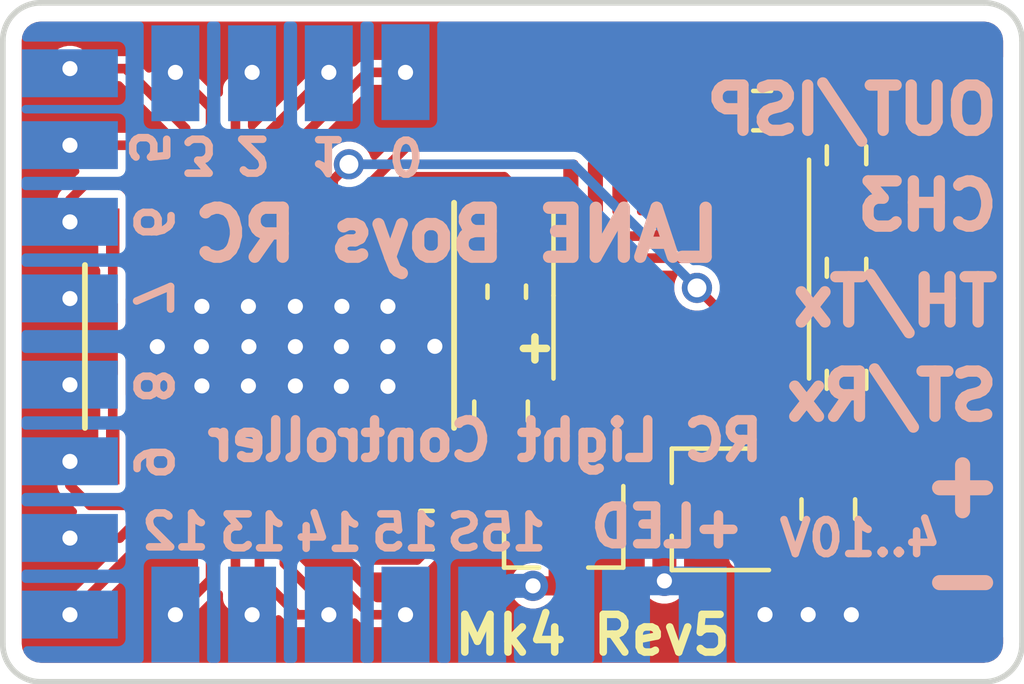
<source format=kicad_pcb>
(kicad_pcb (version 20171130) (host pcbnew 5.1.9-73d0e3b20d~88~ubuntu18.04.1)

  (general
    (thickness 1.6)
    (drawings 69)
    (tracks 203)
    (zones 0)
    (modules 37)
    (nets 36)
  )

  (page A4)
  (layers
    (0 Top signal)
    (31 Bottom signal)
    (32 B.Adhes user hide)
    (33 F.Adhes user hide)
    (34 B.Paste user hide)
    (35 F.Paste user hide)
    (36 B.SilkS user)
    (37 F.SilkS user)
    (38 B.Mask user hide)
    (39 F.Mask user hide)
    (40 Dwgs.User user hide)
    (41 Cmts.User user hide)
    (42 Eco1.User user hide)
    (43 Eco2.User user hide)
    (44 Edge.Cuts user)
    (45 Margin user hide)
    (46 B.CrtYd user hide)
    (47 F.CrtYd user)
    (48 B.Fab user hide)
    (49 F.Fab user hide)
  )

  (setup
    (last_trace_width 0.254)
    (user_trace_width 0.2032)
    (user_trace_width 0.2286)
    (user_trace_width 0.381)
    (user_trace_width 0.508)
    (user_trace_width 0.635)
    (user_trace_width 0.762)
    (trace_clearance 0.1524)
    (zone_clearance 0.2032)
    (zone_45_only no)
    (trace_min 0.1524)
    (via_size 0.8)
    (via_drill 0.5)
    (via_min_size 0.4)
    (via_min_drill 0.3)
    (uvia_size 0.3)
    (uvia_drill 0.1)
    (uvias_allowed no)
    (uvia_min_size 0.2)
    (uvia_min_drill 0.1)
    (edge_width 0.15)
    (segment_width 0.2)
    (pcb_text_width 0.3)
    (pcb_text_size 1.5 1.5)
    (mod_edge_width 0.15)
    (mod_text_size 1 1)
    (mod_text_width 0.15)
    (pad_size 1.524 1.524)
    (pad_drill 0.762)
    (pad_to_mask_clearance 0.0254)
    (solder_mask_min_width 0.1524)
    (pad_to_paste_clearance_ratio -0.05)
    (aux_axis_origin 135 114)
    (grid_origin 135 114)
    (visible_elements 7FFFFF7F)
    (pcbplotparams
      (layerselection 0x010f8_ffffffff)
      (usegerberextensions false)
      (usegerberattributes false)
      (usegerberadvancedattributes false)
      (creategerberjobfile false)
      (excludeedgelayer true)
      (linewidth 0.100000)
      (plotframeref false)
      (viasonmask false)
      (mode 1)
      (useauxorigin false)
      (hpglpennumber 1)
      (hpglpenspeed 20)
      (hpglpendiameter 15.000000)
      (psnegative false)
      (psa4output false)
      (plotreference true)
      (plotvalue true)
      (plotinvisibletext false)
      (padsonsilk false)
      (subtractmaskfromsilk true)
      (outputformat 1)
      (mirror false)
      (drillshape 0)
      (scaleselection 1)
      (outputdirectory "gerber/"))
  )

  (net 0 "")
  (net 1 +3V3)
  (net 2 GND)
  (net 3 /GSCLK)
  (net 4 /SIN)
  (net 5 /SCLK)
  (net 6 /XLAT)
  (net 7 /BLANK)
  (net 8 /VIN)
  (net 9 /OUT-SWITCHED)
  (net 10 /OUT0)
  (net 11 /OUT1)
  (net 12 /OUT2)
  (net 13 /OUT3)
  (net 14 /OUT4)
  (net 15 /OUT5)
  (net 16 /OUT6)
  (net 17 /OUT7)
  (net 18 /OUT8)
  (net 19 /OUT9)
  (net 20 /OUT10)
  (net 21 /OUT11)
  (net 22 /OUT12)
  (net 23 /OUT13)
  (net 24 /OUT14)
  (net 25 /OUT15)
  (net 26 /OUT15S)
  (net 27 /ST-IN)
  (net 28 /TH-IN)
  (net 29 /AUX-IN)
  (net 30 /OUT-ISP-OUT)
  (net 31 /IREF)
  (net 32 /TH-TX)
  (net 33 /OUT-ISP)
  (net 34 /ST-RX)
  (net 35 /AUX)

  (net_class Default "This is the default net class."
    (clearance 0.1524)
    (trace_width 0.254)
    (via_dia 0.8)
    (via_drill 0.5)
    (uvia_dia 0.3)
    (uvia_drill 0.1)
    (diff_pair_width 0.2032)
    (diff_pair_gap 0.254)
    (add_net +3V3)
    (add_net /AUX)
    (add_net /AUX-IN)
    (add_net /BLANK)
    (add_net /GSCLK)
    (add_net /IREF)
    (add_net /OUT-ISP)
    (add_net /OUT-ISP-OUT)
    (add_net /OUT-SWITCHED)
    (add_net /OUT0)
    (add_net /OUT1)
    (add_net /OUT10)
    (add_net /OUT11)
    (add_net /OUT12)
    (add_net /OUT13)
    (add_net /OUT14)
    (add_net /OUT15)
    (add_net /OUT15S)
    (add_net /OUT2)
    (add_net /OUT3)
    (add_net /OUT4)
    (add_net /OUT5)
    (add_net /OUT6)
    (add_net /OUT7)
    (add_net /OUT8)
    (add_net /OUT9)
    (add_net /SCLK)
    (add_net /SIN)
    (add_net /ST-IN)
    (add_net /ST-RX)
    (add_net /TH-IN)
    (add_net /TH-TX)
    (add_net /VIN)
    (add_net /XLAT)
    (add_net GND)
  )

  (module Resistor_SMD:R_0603_1608Metric (layer Top) (tedit 5F68FEEE) (tstamp 60248A33)
    (at 157.352 103.0272 270)
    (descr "Resistor SMD 0603 (1608 Metric), square (rectangular) end terminal, IPC_7351 nominal, (Body size source: IPC-SM-782 page 72, https://www.pcb-3d.com/wordpress/wp-content/uploads/ipc-sm-782a_amendment_1_and_2.pdf), generated with kicad-footprint-generator")
    (tags resistor)
    (path /602C1006)
    (attr smd)
    (fp_text reference R5 (at 0 -1.43 90) (layer F.SilkS) hide
      (effects (font (size 1 1) (thickness 0.15)))
    )
    (fp_text value 1k (at 0 1.43 90) (layer F.Fab)
      (effects (font (size 1 1) (thickness 0.15)))
    )
    (fp_text user %R (at 0 0 90) (layer F.Fab)
      (effects (font (size 0.4 0.4) (thickness 0.06)))
    )
    (fp_line (start -0.8 0.4125) (end -0.8 -0.4125) (layer F.Fab) (width 0.1))
    (fp_line (start -0.8 -0.4125) (end 0.8 -0.4125) (layer F.Fab) (width 0.1))
    (fp_line (start 0.8 -0.4125) (end 0.8 0.4125) (layer F.Fab) (width 0.1))
    (fp_line (start 0.8 0.4125) (end -0.8 0.4125) (layer F.Fab) (width 0.1))
    (fp_line (start -0.237258 -0.5225) (end 0.237258 -0.5225) (layer F.SilkS) (width 0.12))
    (fp_line (start -0.237258 0.5225) (end 0.237258 0.5225) (layer F.SilkS) (width 0.12))
    (fp_line (start -1.48 0.73) (end -1.48 -0.73) (layer F.CrtYd) (width 0.05))
    (fp_line (start -1.48 -0.73) (end 1.48 -0.73) (layer F.CrtYd) (width 0.05))
    (fp_line (start 1.48 -0.73) (end 1.48 0.73) (layer F.CrtYd) (width 0.05))
    (fp_line (start 1.48 0.73) (end -1.48 0.73) (layer F.CrtYd) (width 0.05))
    (pad 2 smd roundrect (at 0.825 0 270) (size 0.8 0.95) (layers Top F.Paste F.Mask) (roundrect_rratio 0.25)
      (net 28 /TH-IN))
    (pad 1 smd roundrect (at -0.825 0 270) (size 0.8 0.95) (layers Top F.Paste F.Mask) (roundrect_rratio 0.25)
      (net 32 /TH-TX))
    (model ${KISYS3DMOD}/Resistor_SMD.3dshapes/R_0603_1608Metric.wrl
      (at (xyz 0 0 0))
      (scale (xyz 1 1 1))
      (rotate (xyz 0 0 0))
    )
  )

  (module Resistor_SMD:R_0603_1608Metric (layer Top) (tedit 5F68FEEE) (tstamp 60248A22)
    (at 155.1168 98.8616)
    (descr "Resistor SMD 0603 (1608 Metric), square (rectangular) end terminal, IPC_7351 nominal, (Body size source: IPC-SM-782 page 72, https://www.pcb-3d.com/wordpress/wp-content/uploads/ipc-sm-782a_amendment_1_and_2.pdf), generated with kicad-footprint-generator")
    (tags resistor)
    (path /602C0E81)
    (attr smd)
    (fp_text reference R4 (at 0 -1.43) (layer F.SilkS) hide
      (effects (font (size 1 1) (thickness 0.15)))
    )
    (fp_text value 1k (at 0 1.43) (layer F.Fab)
      (effects (font (size 1 1) (thickness 0.15)))
    )
    (fp_text user %R (at 0 0) (layer F.Fab)
      (effects (font (size 0.4 0.4) (thickness 0.06)))
    )
    (fp_line (start -0.8 0.4125) (end -0.8 -0.4125) (layer F.Fab) (width 0.1))
    (fp_line (start -0.8 -0.4125) (end 0.8 -0.4125) (layer F.Fab) (width 0.1))
    (fp_line (start 0.8 -0.4125) (end 0.8 0.4125) (layer F.Fab) (width 0.1))
    (fp_line (start 0.8 0.4125) (end -0.8 0.4125) (layer F.Fab) (width 0.1))
    (fp_line (start -0.237258 -0.5225) (end 0.237258 -0.5225) (layer F.SilkS) (width 0.12))
    (fp_line (start -0.237258 0.5225) (end 0.237258 0.5225) (layer F.SilkS) (width 0.12))
    (fp_line (start -1.48 0.73) (end -1.48 -0.73) (layer F.CrtYd) (width 0.05))
    (fp_line (start -1.48 -0.73) (end 1.48 -0.73) (layer F.CrtYd) (width 0.05))
    (fp_line (start 1.48 -0.73) (end 1.48 0.73) (layer F.CrtYd) (width 0.05))
    (fp_line (start 1.48 0.73) (end -1.48 0.73) (layer F.CrtYd) (width 0.05))
    (pad 2 smd roundrect (at 0.825 0) (size 0.8 0.95) (layers Top F.Paste F.Mask) (roundrect_rratio 0.25)
      (net 30 /OUT-ISP-OUT))
    (pad 1 smd roundrect (at -0.825 0) (size 0.8 0.95) (layers Top F.Paste F.Mask) (roundrect_rratio 0.25)
      (net 33 /OUT-ISP))
    (model ${KISYS3DMOD}/Resistor_SMD.3dshapes/R_0603_1608Metric.wrl
      (at (xyz 0 0 0))
      (scale (xyz 1 1 1))
      (rotate (xyz 0 0 0))
    )
  )

  (module Resistor_SMD:R_0603_1608Metric (layer Top) (tedit 5F68FEEE) (tstamp 60248A11)
    (at 157.352 100.0432 270)
    (descr "Resistor SMD 0603 (1608 Metric), square (rectangular) end terminal, IPC_7351 nominal, (Body size source: IPC-SM-782 page 72, https://www.pcb-3d.com/wordpress/wp-content/uploads/ipc-sm-782a_amendment_1_and_2.pdf), generated with kicad-footprint-generator")
    (tags resistor)
    (path /602C0CD8)
    (attr smd)
    (fp_text reference R3 (at 0 -1.43 90) (layer F.SilkS) hide
      (effects (font (size 1 1) (thickness 0.15)))
    )
    (fp_text value 1k (at 0 1.43 90) (layer F.Fab)
      (effects (font (size 1 1) (thickness 0.15)))
    )
    (fp_text user %R (at 0 0 90) (layer F.Fab)
      (effects (font (size 0.4 0.4) (thickness 0.06)))
    )
    (fp_line (start -0.8 0.4125) (end -0.8 -0.4125) (layer F.Fab) (width 0.1))
    (fp_line (start -0.8 -0.4125) (end 0.8 -0.4125) (layer F.Fab) (width 0.1))
    (fp_line (start 0.8 -0.4125) (end 0.8 0.4125) (layer F.Fab) (width 0.1))
    (fp_line (start 0.8 0.4125) (end -0.8 0.4125) (layer F.Fab) (width 0.1))
    (fp_line (start -0.237258 -0.5225) (end 0.237258 -0.5225) (layer F.SilkS) (width 0.12))
    (fp_line (start -0.237258 0.5225) (end 0.237258 0.5225) (layer F.SilkS) (width 0.12))
    (fp_line (start -1.48 0.73) (end -1.48 -0.73) (layer F.CrtYd) (width 0.05))
    (fp_line (start -1.48 -0.73) (end 1.48 -0.73) (layer F.CrtYd) (width 0.05))
    (fp_line (start 1.48 -0.73) (end 1.48 0.73) (layer F.CrtYd) (width 0.05))
    (fp_line (start 1.48 0.73) (end -1.48 0.73) (layer F.CrtYd) (width 0.05))
    (pad 2 smd roundrect (at 0.825 0 270) (size 0.8 0.95) (layers Top F.Paste F.Mask) (roundrect_rratio 0.25)
      (net 29 /AUX-IN))
    (pad 1 smd roundrect (at -0.825 0 270) (size 0.8 0.95) (layers Top F.Paste F.Mask) (roundrect_rratio 0.25)
      (net 35 /AUX))
    (model ${KISYS3DMOD}/Resistor_SMD.3dshapes/R_0603_1608Metric.wrl
      (at (xyz 0 0 0))
      (scale (xyz 1 1 1))
      (rotate (xyz 0 0 0))
    )
  )

  (module Resistor_SMD:R_0603_1608Metric (layer Top) (tedit 5F68FEEE) (tstamp 60248A00)
    (at 157.352 105.999 270)
    (descr "Resistor SMD 0603 (1608 Metric), square (rectangular) end terminal, IPC_7351 nominal, (Body size source: IPC-SM-782 page 72, https://www.pcb-3d.com/wordpress/wp-content/uploads/ipc-sm-782a_amendment_1_and_2.pdf), generated with kicad-footprint-generator")
    (tags resistor)
    (path /6029DAB9)
    (attr smd)
    (fp_text reference R2 (at 0 -1.43 90) (layer F.SilkS) hide
      (effects (font (size 1 1) (thickness 0.15)))
    )
    (fp_text value 1k (at 0 1.43 90) (layer F.Fab)
      (effects (font (size 1 1) (thickness 0.15)))
    )
    (fp_text user %R (at 0 0 90) (layer F.Fab)
      (effects (font (size 0.4 0.4) (thickness 0.06)))
    )
    (fp_line (start -0.8 0.4125) (end -0.8 -0.4125) (layer F.Fab) (width 0.1))
    (fp_line (start -0.8 -0.4125) (end 0.8 -0.4125) (layer F.Fab) (width 0.1))
    (fp_line (start 0.8 -0.4125) (end 0.8 0.4125) (layer F.Fab) (width 0.1))
    (fp_line (start 0.8 0.4125) (end -0.8 0.4125) (layer F.Fab) (width 0.1))
    (fp_line (start -0.237258 -0.5225) (end 0.237258 -0.5225) (layer F.SilkS) (width 0.12))
    (fp_line (start -0.237258 0.5225) (end 0.237258 0.5225) (layer F.SilkS) (width 0.12))
    (fp_line (start -1.48 0.73) (end -1.48 -0.73) (layer F.CrtYd) (width 0.05))
    (fp_line (start -1.48 -0.73) (end 1.48 -0.73) (layer F.CrtYd) (width 0.05))
    (fp_line (start 1.48 -0.73) (end 1.48 0.73) (layer F.CrtYd) (width 0.05))
    (fp_line (start 1.48 0.73) (end -1.48 0.73) (layer F.CrtYd) (width 0.05))
    (pad 2 smd roundrect (at 0.825 0 270) (size 0.8 0.95) (layers Top F.Paste F.Mask) (roundrect_rratio 0.25)
      (net 27 /ST-IN))
    (pad 1 smd roundrect (at -0.825 0 270) (size 0.8 0.95) (layers Top F.Paste F.Mask) (roundrect_rratio 0.25)
      (net 34 /ST-RX))
    (model ${KISYS3DMOD}/Resistor_SMD.3dshapes/R_0603_1608Metric.wrl
      (at (xyz 0 0 0))
      (scale (xyz 1 1 1))
      (rotate (xyz 0 0 0))
    )
  )

  (module Package_SO:TSSOP-20_4.4x6.5mm_P0.65mm (layer Top) (tedit 5E476F32) (tstamp 60248404)
    (at 152.9738 103.7638 270)
    (descr "TSSOP, 20 Pin (JEDEC MO-153 Var AC https://www.jedec.org/document_search?search_api_views_fulltext=MO-153), generated with kicad-footprint-generator ipc_gullwing_generator.py")
    (tags "TSSOP SO")
    (path /6024AE6D)
    (attr smd)
    (fp_text reference U2 (at 0 -4.2 90) (layer F.SilkS) hide
      (effects (font (size 1 1) (thickness 0.15)))
    )
    (fp_text value LPC812M101JDH20 (at 0 4.2 90) (layer F.Fab)
      (effects (font (size 1 1) (thickness 0.15)))
    )
    (fp_text user %R (at 0 0 90) (layer F.Fab)
      (effects (font (size 1 1) (thickness 0.15)))
    )
    (fp_line (start 0 3.385) (end 2.2 3.385) (layer F.SilkS) (width 0.12))
    (fp_line (start 0 3.385) (end -2.2 3.385) (layer F.SilkS) (width 0.12))
    (fp_line (start 0 -3.385) (end 2.2 -3.385) (layer F.SilkS) (width 0.12))
    (fp_line (start 0 -3.385) (end -3.6 -3.385) (layer F.SilkS) (width 0.12))
    (fp_line (start -1.2 -3.25) (end 2.2 -3.25) (layer F.Fab) (width 0.1))
    (fp_line (start 2.2 -3.25) (end 2.2 3.25) (layer F.Fab) (width 0.1))
    (fp_line (start 2.2 3.25) (end -2.2 3.25) (layer F.Fab) (width 0.1))
    (fp_line (start -2.2 3.25) (end -2.2 -2.25) (layer F.Fab) (width 0.1))
    (fp_line (start -2.2 -2.25) (end -1.2 -3.25) (layer F.Fab) (width 0.1))
    (fp_line (start -3.85 -3.5) (end -3.85 3.5) (layer F.CrtYd) (width 0.05))
    (fp_line (start -3.85 3.5) (end 3.85 3.5) (layer F.CrtYd) (width 0.05))
    (fp_line (start 3.85 3.5) (end 3.85 -3.5) (layer F.CrtYd) (width 0.05))
    (fp_line (start 3.85 -3.5) (end -3.85 -3.5) (layer F.CrtYd) (width 0.05))
    (pad 20 smd roundrect (at 2.8625 -2.925 270) (size 1.475 0.4) (layers Top F.Paste F.Mask) (roundrect_rratio 0.25))
    (pad 19 smd roundrect (at 2.8625 -2.275 270) (size 1.475 0.4) (layers Top F.Paste F.Mask) (roundrect_rratio 0.25)
      (net 34 /ST-RX))
    (pad 18 smd roundrect (at 2.8625 -1.625 270) (size 1.475 0.4) (layers Top F.Paste F.Mask) (roundrect_rratio 0.25)
      (net 7 /BLANK))
    (pad 17 smd roundrect (at 2.8625 -0.975 270) (size 1.475 0.4) (layers Top F.Paste F.Mask) (roundrect_rratio 0.25)
      (net 4 /SIN))
    (pad 16 smd roundrect (at 2.8625 -0.325 270) (size 1.475 0.4) (layers Top F.Paste F.Mask) (roundrect_rratio 0.25)
      (net 2 GND))
    (pad 15 smd roundrect (at 2.8625 0.325 270) (size 1.475 0.4) (layers Top F.Paste F.Mask) (roundrect_rratio 0.25)
      (net 1 +3V3))
    (pad 14 smd roundrect (at 2.8625 0.975 270) (size 1.475 0.4) (layers Top F.Paste F.Mask) (roundrect_rratio 0.25))
    (pad 13 smd roundrect (at 2.8625 1.625 270) (size 1.475 0.4) (layers Top F.Paste F.Mask) (roundrect_rratio 0.25)
      (net 9 /OUT-SWITCHED))
    (pad 12 smd roundrect (at 2.8625 2.275 270) (size 1.475 0.4) (layers Top F.Paste F.Mask) (roundrect_rratio 0.25)
      (net 3 /GSCLK))
    (pad 11 smd roundrect (at 2.8625 2.925 270) (size 1.475 0.4) (layers Top F.Paste F.Mask) (roundrect_rratio 0.25))
    (pad 10 smd roundrect (at -2.8625 2.925 270) (size 1.475 0.4) (layers Top F.Paste F.Mask) (roundrect_rratio 0.25))
    (pad 9 smd roundrect (at -2.8625 2.275 270) (size 1.475 0.4) (layers Top F.Paste F.Mask) (roundrect_rratio 0.25))
    (pad 8 smd roundrect (at -2.8625 1.625 270) (size 1.475 0.4) (layers Top F.Paste F.Mask) (roundrect_rratio 0.25))
    (pad 7 smd roundrect (at -2.8625 0.975 270) (size 1.475 0.4) (layers Top F.Paste F.Mask) (roundrect_rratio 0.25)
      (net 5 /SCLK))
    (pad 6 smd roundrect (at -2.8625 0.325 270) (size 1.475 0.4) (layers Top F.Paste F.Mask) (roundrect_rratio 0.25)
      (net 6 /XLAT))
    (pad 5 smd roundrect (at -2.8625 -0.325 270) (size 1.475 0.4) (layers Top F.Paste F.Mask) (roundrect_rratio 0.25)
      (net 32 /TH-TX))
    (pad 4 smd roundrect (at -2.8625 -0.975 270) (size 1.475 0.4) (layers Top F.Paste F.Mask) (roundrect_rratio 0.25))
    (pad 3 smd roundrect (at -2.8625 -1.625 270) (size 1.475 0.4) (layers Top F.Paste F.Mask) (roundrect_rratio 0.25)
      (net 33 /OUT-ISP))
    (pad 2 smd roundrect (at -2.8625 -2.275 270) (size 1.475 0.4) (layers Top F.Paste F.Mask) (roundrect_rratio 0.25)
      (net 35 /AUX))
    (pad 1 smd roundrect (at -2.8625 -2.925 270) (size 1.475 0.4) (layers Top F.Paste F.Mask) (roundrect_rratio 0.25))
    (model ${KISYS3DMOD}/Package_SO.3dshapes/TSSOP-20_4.4x6.5mm_P0.65mm.wrl
      (at (xyz 0 0 0))
      (scale (xyz 1 1 1))
      (rotate (xyz 0 0 0))
    )
  )

  (module Capacitor_SMD:C_0805_2012Metric (layer Top) (tedit 601FDAD8) (tstamp 5C81F495)
    (at 148.1996 106.8324 270)
    (descr "Capacitor SMD 0805 (2012 Metric), square (rectangular) end terminal, IPC_7351 nominal, (Body size source: https://docs.google.com/spreadsheets/d/1BsfQQcO9C6DZCsRaXUlFlo91Tg2WpOkGARC1WS5S8t0/edit?usp=sharing), generated with kicad-footprint-generator")
    (tags capacitor)
    (path /5C870864)
    (attr smd)
    (fp_text reference C2 (at 0 -1.65 90) (layer F.SilkS) hide
      (effects (font (size 1 1) (thickness 0.15)))
    )
    (fp_text value 47u/6V3 (at 0.1572 -3.3772) (layer F.Fab)
      (effects (font (size 0.8 0.8) (thickness 0.15)))
    )
    (fp_line (start 1.68 0.95) (end -1.68 0.95) (layer F.CrtYd) (width 0.05))
    (fp_line (start 1.68 -0.95) (end 1.68 0.95) (layer F.CrtYd) (width 0.05))
    (fp_line (start -1.68 -0.95) (end 1.68 -0.95) (layer F.CrtYd) (width 0.05))
    (fp_line (start -1.68 0.95) (end -1.68 -0.95) (layer F.CrtYd) (width 0.05))
    (fp_line (start -0.258578 0.71) (end 0.258578 0.71) (layer F.SilkS) (width 0.12))
    (fp_line (start -0.258578 -0.71) (end 0.258578 -0.71) (layer F.SilkS) (width 0.12))
    (fp_line (start 1 0.6) (end -1 0.6) (layer F.Fab) (width 0.1))
    (fp_line (start 1 -0.6) (end 1 0.6) (layer F.Fab) (width 0.1))
    (fp_line (start -1 -0.6) (end 1 -0.6) (layer F.Fab) (width 0.1))
    (fp_line (start -1 0.6) (end -1 -0.6) (layer F.Fab) (width 0.1))
    (fp_text user %R (at 0 0 90) (layer F.Fab)
      (effects (font (size 0.5 0.5) (thickness 0.08)))
    )
    (pad 1 smd roundrect (at -0.9375 0 270) (size 0.975 1.4) (layers Top F.Paste F.Mask) (roundrect_rratio 0.25)
      (net 1 +3V3))
    (pad 2 smd roundrect (at 0.9375 0 270) (size 0.975 1.4) (layers Top F.Paste F.Mask) (roundrect_rratio 0.25)
      (net 2 GND))
    (model ${KISYS3DMOD}/Capacitor_SMD.3dshapes/C_0805_2012Metric.wrl
      (at (xyz 0 0 0))
      (scale (xyz 1 1 1))
      (rotate (xyz 0 0 0))
    )
  )

  (module Package_TO_SOT_SMD:SOT-23W (layer Top) (tedit 5A02FF57) (tstamp 5C81BBC1)
    (at 153.7971 109.4316 180)
    (descr "SOT-23W http://www.allegromicro.com/~/media/Files/Datasheets/A112x-Datasheet.ashx?la=en&hash=7BC461E058CC246E0BAB62433B2F1ECA104CA9D3")
    (tags SOT-23W)
    (path /09B5DC2D)
    (attr smd)
    (fp_text reference U1 (at 0 -2.5) (layer F.SilkS) hide
      (effects (font (size 1 1) (thickness 0.15)))
    )
    (fp_text value 3V3 (at 0 2.5) (layer F.Fab)
      (effects (font (size 1 1) (thickness 0.15)))
    )
    (fp_line (start -1.95 1.74) (end -1.95 -1.74) (layer F.CrtYd) (width 0.05))
    (fp_line (start 1.95 1.74) (end -1.95 1.74) (layer F.CrtYd) (width 0.05))
    (fp_line (start 1.95 -1.74) (end 1.95 1.74) (layer F.CrtYd) (width 0.05))
    (fp_line (start -1.95 -1.74) (end 1.95 -1.74) (layer F.CrtYd) (width 0.05))
    (fp_line (start -0.955 1.49) (end 0.955 1.49) (layer F.Fab) (width 0.1))
    (fp_line (start 0.955 -1.49) (end 0.955 1.49) (layer F.Fab) (width 0.1))
    (fp_line (start -0.955 -0.49) (end 0.045 -1.49) (layer F.Fab) (width 0.1))
    (fp_line (start 0.045 -1.49) (end 0.955 -1.49) (layer F.Fab) (width 0.1))
    (fp_line (start -0.955 -0.49) (end -0.955 1.49) (layer F.Fab) (width 0.1))
    (fp_line (start -1.075 1.61) (end 1.075 1.61) (layer F.SilkS) (width 0.12))
    (fp_line (start -1.5 -1.61) (end 1.075 -1.61) (layer F.SilkS) (width 0.12))
    (fp_line (start 1.075 0.7) (end 1.075 1.61) (layer F.SilkS) (width 0.12))
    (fp_line (start 1.075 -1.61) (end 1.075 -0.7) (layer F.SilkS) (width 0.12))
    (fp_text user %R (at 0 0 90) (layer F.Fab)
      (effects (font (size 0.5 0.5) (thickness 0.075)))
    )
    (pad 3 smd rect (at 1.2 0 180) (size 1 0.7) (layers Top F.Paste F.Mask)
      (net 8 /VIN))
    (pad 2 smd rect (at -1.2 0.95 180) (size 1 0.7) (layers Top F.Paste F.Mask)
      (net 1 +3V3))
    (pad 1 smd rect (at -1.2 -0.95 180) (size 1 0.7) (layers Top F.Paste F.Mask)
      (net 2 GND))
    (model ${KISYS3DMOD}/Package_TO_SOT_SMD.3dshapes/SOT-23W.wrl
      (at (xyz 0 0 0))
      (scale (xyz 1 1 1))
      (rotate (xyz 0 0 0))
    )
  )

  (module Package_TO_SOT_SMD:SOT-23 (layer Top) (tedit 5A02FF57) (tstamp 5C81BCC1)
    (at 149.859 110.2154 270)
    (descr "SOT-23, Standard")
    (tags SOT-23)
    (path /8692C711)
    (attr smd)
    (fp_text reference T1 (at 0 -2.5 90) (layer F.SilkS) hide
      (effects (font (size 1 1) (thickness 0.15)))
    )
    (fp_text value NMOSSOT23 (at 0 2.5 90) (layer F.Fab)
      (effects (font (size 1 1) (thickness 0.15)))
    )
    (fp_line (start 0.76 1.58) (end -0.7 1.58) (layer F.SilkS) (width 0.12))
    (fp_line (start 0.76 -1.58) (end -1.4 -1.58) (layer F.SilkS) (width 0.12))
    (fp_line (start -1.7 1.75) (end -1.7 -1.75) (layer F.CrtYd) (width 0.05))
    (fp_line (start 1.7 1.75) (end -1.7 1.75) (layer F.CrtYd) (width 0.05))
    (fp_line (start 1.7 -1.75) (end 1.7 1.75) (layer F.CrtYd) (width 0.05))
    (fp_line (start -1.7 -1.75) (end 1.7 -1.75) (layer F.CrtYd) (width 0.05))
    (fp_line (start 0.76 -1.58) (end 0.76 -0.65) (layer F.SilkS) (width 0.12))
    (fp_line (start 0.76 1.58) (end 0.76 0.65) (layer F.SilkS) (width 0.12))
    (fp_line (start -0.7 1.52) (end 0.7 1.52) (layer F.Fab) (width 0.1))
    (fp_line (start 0.7 -1.52) (end 0.7 1.52) (layer F.Fab) (width 0.1))
    (fp_line (start -0.7 -0.95) (end -0.15 -1.52) (layer F.Fab) (width 0.1))
    (fp_line (start -0.15 -1.52) (end 0.7 -1.52) (layer F.Fab) (width 0.1))
    (fp_line (start -0.7 -0.95) (end -0.7 1.5) (layer F.Fab) (width 0.1))
    (fp_text user %R (at 0 0) (layer F.Fab)
      (effects (font (size 0.5 0.5) (thickness 0.075)))
    )
    (pad 3 smd rect (at 1 0 270) (size 0.9 0.8) (layers Top F.Paste F.Mask)
      (net 26 /OUT15S))
    (pad 2 smd rect (at -1 0.95 270) (size 0.9 0.8) (layers Top F.Paste F.Mask)
      (net 2 GND))
    (pad 1 smd rect (at -1 -0.95 270) (size 0.9 0.8) (layers Top F.Paste F.Mask)
      (net 9 /OUT-SWITCHED))
    (model ${KISYS3DMOD}/Package_TO_SOT_SMD.3dshapes/SOT-23.wrl
      (at (xyz 0 0 0))
      (scale (xyz 1 1 1))
      (rotate (xyz 0 0 0))
    )
  )

  (module rc-light-controller-tlc5940-lpc812:SOP65P640X120-29N (layer Top) (tedit 5CD12D38) (tstamp 5C82FD92)
    (at 142.1291 105.1136 270)
    (path /840783A6)
    (solder_paste_margin -0.0127)
    (fp_text reference U3 (at -3.4544 -5.715 270) (layer F.SilkS) hide
      (effects (font (size 1.97866 1.97866) (thickness 0.197866)) (justify left bottom))
    )
    (fp_text value TLC5940PWP (at 0.3012 4.0397) (layer F.Fab)
      (effects (font (size 0.8 0.8) (thickness 0.2)) (justify left bottom))
    )
    (fp_poly (pts (xy 0.254 2.159) (xy 0.889 2.159) (xy 0.889 2.794) (xy 0.254 2.794)) (layer F.Paste) (width 0.15))
    (fp_poly (pts (xy 0.254 0.92075) (xy 0.889 0.92075) (xy 0.889 1.55575) (xy 0.254 1.55575)) (layer F.Paste) (width 0.15))
    (fp_poly (pts (xy 0.254 -0.3175) (xy 0.889 -0.3175) (xy 0.889 0.3175) (xy 0.254 0.3175)) (layer F.Paste) (width 0.15))
    (fp_poly (pts (xy 0.254 -1.55575) (xy 0.889 -1.55575) (xy 0.889 -0.92075) (xy 0.254 -0.92075)) (layer F.Paste) (width 0.15))
    (fp_poly (pts (xy 0.254 -2.794) (xy 0.889 -2.794) (xy 0.889 -2.159) (xy 0.254 -2.159)) (layer F.Paste) (width 0.15))
    (fp_poly (pts (xy -0.889 2.159) (xy -0.254 2.159) (xy -0.254 2.794) (xy -0.889 2.794)) (layer F.Paste) (width 0.15))
    (fp_poly (pts (xy -0.889 0.92075) (xy -0.254 0.92075) (xy -0.254 1.55575) (xy -0.889 1.55575)) (layer F.Paste) (width 0.15))
    (fp_poly (pts (xy -0.889 -0.3175) (xy -0.254 -0.3175) (xy -0.254 0.3175) (xy -0.889 0.3175)) (layer F.Paste) (width 0.15))
    (fp_poly (pts (xy -0.889 -1.55575) (xy -0.254 -1.55575) (xy -0.254 -0.92075) (xy -0.889 -0.92075)) (layer F.Paste) (width 0.15))
    (fp_poly (pts (xy -0.889 -2.794) (xy -0.254 -2.794) (xy -0.254 -2.159) (xy -0.889 -2.159)) (layer F.Paste) (width 0.15))
    (fp_poly (pts (xy -0.889 -0.34925) (xy -0.254 -0.34925) (xy -0.254 0.28575) (xy -0.889 0.28575)) (layer F.Mask) (width 0.15))
    (fp_poly (pts (xy -0.889 -1.635125) (xy -0.254 -1.635125) (xy -0.254 -1.000125) (xy -0.889 -1.000125)) (layer F.Mask) (width 0.15))
    (fp_poly (pts (xy -0.889 2.2225) (xy -0.254 2.2225) (xy -0.254 2.8575) (xy -0.889 2.8575)) (layer F.Mask) (width 0.15))
    (fp_poly (pts (xy -0.889 -2.921) (xy -0.254 -2.921) (xy -0.254 -2.286) (xy -0.889 -2.286)) (layer F.Mask) (width 0.15))
    (fp_poly (pts (xy -0.889 0.936625) (xy -0.254 0.936625) (xy -0.254 1.571625) (xy -0.889 1.571625)) (layer F.Mask) (width 0.15))
    (fp_poly (pts (xy 0.254 2.2225) (xy 0.889 2.2225) (xy 0.889 2.8575) (xy 0.254 2.8575)) (layer F.Mask) (width 0.15))
    (fp_poly (pts (xy 0.254 0.936625) (xy 0.889 0.936625) (xy 0.889 1.571625) (xy 0.254 1.571625)) (layer F.Mask) (width 0.15))
    (fp_poly (pts (xy 0.254 -0.34925) (xy 0.889 -0.34925) (xy 0.889 0.28575) (xy 0.254 0.28575)) (layer F.Mask) (width 0.15))
    (fp_poly (pts (xy 0.254 -1.635125) (xy 0.889 -1.635125) (xy 0.889 -1.000125) (xy 0.254 -1.000125)) (layer F.Mask) (width 0.15))
    (fp_poly (pts (xy 0.254 -2.921) (xy 0.889 -2.921) (xy 0.889 -2.286) (xy 0.254 -2.286)) (layer F.Mask) (width 0.15))
    (fp_line (start -2.159 4.953) (end 2.159 4.953) (layer F.SilkS) (width 0.1524))
    (fp_line (start 2.159 -4.826) (end -3.81 -4.826) (layer F.SilkS) (width 0.1524))
    (fp_line (start -2.2606 -4.064) (end -2.2606 -4.3688) (layer F.Fab) (width 0.1))
    (fp_line (start -2.2606 -4.3688) (end -3.302 -4.3688) (layer F.Fab) (width 0.1))
    (fp_line (start -3.302 -4.3688) (end -3.302 -4.064) (layer F.Fab) (width 0.1))
    (fp_line (start -3.302 -4.064) (end -2.2606 -4.064) (layer F.Fab) (width 0.1))
    (fp_line (start -2.2606 -3.429) (end -2.2606 -3.7338) (layer F.Fab) (width 0.1))
    (fp_line (start -2.2606 -3.7338) (end -3.302 -3.7338) (layer F.Fab) (width 0.1))
    (fp_line (start -3.302 -3.7338) (end -3.302 -3.429) (layer F.Fab) (width 0.1))
    (fp_line (start -3.302 -3.429) (end -2.2606 -3.429) (layer F.Fab) (width 0.1))
    (fp_line (start -2.2606 -2.7686) (end -2.2606 -3.0734) (layer F.Fab) (width 0.1))
    (fp_line (start -2.2606 -3.0734) (end -3.302 -3.0734) (layer F.Fab) (width 0.1))
    (fp_line (start -3.302 -3.0734) (end -3.302 -2.7686) (layer F.Fab) (width 0.1))
    (fp_line (start -3.302 -2.7686) (end -2.2606 -2.7686) (layer F.Fab) (width 0.1))
    (fp_line (start -2.2606 -2.1336) (end -2.2606 -2.413) (layer F.Fab) (width 0.1))
    (fp_line (start -2.2606 -2.413) (end -3.302 -2.413) (layer F.Fab) (width 0.1))
    (fp_line (start -3.302 -2.413) (end -3.302 -2.1336) (layer F.Fab) (width 0.1))
    (fp_line (start -3.302 -2.1336) (end -2.2606 -2.1336) (layer F.Fab) (width 0.1))
    (fp_line (start -2.2606 -1.4732) (end -2.2606 -1.778) (layer F.Fab) (width 0.1))
    (fp_line (start -2.2606 -1.778) (end -3.302 -1.778) (layer F.Fab) (width 0.1))
    (fp_line (start -3.302 -1.778) (end -3.302 -1.4732) (layer F.Fab) (width 0.1))
    (fp_line (start -3.302 -1.4732) (end -2.2606 -1.4732) (layer F.Fab) (width 0.1))
    (fp_line (start -2.2606 -0.8128) (end -2.2606 -1.1176) (layer F.Fab) (width 0.1))
    (fp_line (start -2.2606 -1.1176) (end -3.302 -1.1176) (layer F.Fab) (width 0.1))
    (fp_line (start -3.302 -1.1176) (end -3.302 -0.8128) (layer F.Fab) (width 0.1))
    (fp_line (start -3.302 -0.8128) (end -2.2606 -0.8128) (layer F.Fab) (width 0.1))
    (fp_line (start -2.2606 -0.1778) (end -2.2606 -0.4826) (layer F.Fab) (width 0.1))
    (fp_line (start -2.2606 -0.4826) (end -3.302 -0.4826) (layer F.Fab) (width 0.1))
    (fp_line (start -3.302 -0.4826) (end -3.302 -0.1778) (layer F.Fab) (width 0.1))
    (fp_line (start -3.302 -0.1778) (end -2.2606 -0.1778) (layer F.Fab) (width 0.1))
    (fp_line (start -2.2606 0.4826) (end -2.2606 0.1778) (layer F.Fab) (width 0.1))
    (fp_line (start -2.2606 0.1778) (end -3.302 0.1778) (layer F.Fab) (width 0.1))
    (fp_line (start -3.302 0.1778) (end -3.302 0.4826) (layer F.Fab) (width 0.1))
    (fp_line (start -3.302 0.4826) (end -2.2606 0.4826) (layer F.Fab) (width 0.1))
    (fp_line (start -2.2606 1.1176) (end -2.2606 0.8128) (layer F.Fab) (width 0.1))
    (fp_line (start -2.2606 0.8128) (end -3.302 0.8128) (layer F.Fab) (width 0.1))
    (fp_line (start -3.302 0.8128) (end -3.302 1.1176) (layer F.Fab) (width 0.1))
    (fp_line (start -3.302 1.1176) (end -2.2606 1.1176) (layer F.Fab) (width 0.1))
    (fp_line (start -2.2606 1.778) (end -2.2606 1.4732) (layer F.Fab) (width 0.1))
    (fp_line (start -2.2606 1.4732) (end -3.302 1.4732) (layer F.Fab) (width 0.1))
    (fp_line (start -3.302 1.4732) (end -3.302 1.778) (layer F.Fab) (width 0.1))
    (fp_line (start -3.302 1.778) (end -2.2606 1.778) (layer F.Fab) (width 0.1))
    (fp_line (start -2.2606 2.413) (end -2.2606 2.1336) (layer F.Fab) (width 0.1))
    (fp_line (start -2.2606 2.1336) (end -3.302 2.1336) (layer F.Fab) (width 0.1))
    (fp_line (start -3.302 2.1336) (end -3.302 2.413) (layer F.Fab) (width 0.1))
    (fp_line (start -3.302 2.413) (end -2.2606 2.413) (layer F.Fab) (width 0.1))
    (fp_line (start -2.2606 3.0734) (end -2.2606 2.7686) (layer F.Fab) (width 0.1))
    (fp_line (start -2.2606 2.7686) (end -3.302 2.7686) (layer F.Fab) (width 0.1))
    (fp_line (start -3.302 2.7686) (end -3.302 3.0734) (layer F.Fab) (width 0.1))
    (fp_line (start -3.302 3.0734) (end -2.2606 3.0734) (layer F.Fab) (width 0.1))
    (fp_line (start -2.2606 3.7338) (end -2.2606 3.429) (layer F.Fab) (width 0.1))
    (fp_line (start -2.2606 3.429) (end -3.302 3.429) (layer F.Fab) (width 0.1))
    (fp_line (start -3.302 3.429) (end -3.302 3.7338) (layer F.Fab) (width 0.1))
    (fp_line (start -3.302 3.7338) (end -2.2606 3.7338) (layer F.Fab) (width 0.1))
    (fp_line (start -2.2606 4.3688) (end -2.2606 4.064) (layer F.Fab) (width 0.1))
    (fp_line (start -2.2606 4.064) (end -3.302 4.064) (layer F.Fab) (width 0.1))
    (fp_line (start -3.302 4.064) (end -3.302 4.3688) (layer F.Fab) (width 0.1))
    (fp_line (start -3.302 4.3688) (end -2.2606 4.3688) (layer F.Fab) (width 0.1))
    (fp_line (start 2.2606 4.064) (end 2.2606 4.3688) (layer F.Fab) (width 0.1))
    (fp_line (start 2.2606 4.3688) (end 3.302 4.3688) (layer F.Fab) (width 0.1))
    (fp_line (start 3.302 4.3688) (end 3.302 4.064) (layer F.Fab) (width 0.1))
    (fp_line (start 3.302 4.064) (end 2.2606 4.064) (layer F.Fab) (width 0.1))
    (fp_line (start 2.2606 3.429) (end 2.2606 3.7338) (layer F.Fab) (width 0.1))
    (fp_line (start 2.2606 3.7338) (end 3.302 3.7338) (layer F.Fab) (width 0.1))
    (fp_line (start 3.302 3.7338) (end 3.302 3.429) (layer F.Fab) (width 0.1))
    (fp_line (start 3.302 3.429) (end 2.2606 3.429) (layer F.Fab) (width 0.1))
    (fp_line (start 2.2606 2.7686) (end 2.2606 3.0734) (layer F.Fab) (width 0.1))
    (fp_line (start 2.2606 3.0734) (end 3.302 3.0734) (layer F.Fab) (width 0.1))
    (fp_line (start 3.302 3.0734) (end 3.302 2.7686) (layer F.Fab) (width 0.1))
    (fp_line (start 3.302 2.7686) (end 2.2606 2.7686) (layer F.Fab) (width 0.1))
    (fp_line (start 2.2606 2.1336) (end 2.2606 2.413) (layer F.Fab) (width 0.1))
    (fp_line (start 2.2606 2.413) (end 3.302 2.413) (layer F.Fab) (width 0.1))
    (fp_line (start 3.302 2.413) (end 3.302 2.1336) (layer F.Fab) (width 0.1))
    (fp_line (start 3.302 2.1336) (end 2.2606 2.1336) (layer F.Fab) (width 0.1))
    (fp_line (start 2.2606 1.4732) (end 2.2606 1.778) (layer F.Fab) (width 0.1))
    (fp_line (start 2.2606 1.778) (end 3.302 1.778) (layer F.Fab) (width 0.1))
    (fp_line (start 3.302 1.778) (end 3.302 1.4732) (layer F.Fab) (width 0.1))
    (fp_line (start 3.302 1.4732) (end 2.2606 1.4732) (layer F.Fab) (width 0.1))
    (fp_line (start 2.2606 0.8128) (end 2.2606 1.1176) (layer F.Fab) (width 0.1))
    (fp_line (start 2.2606 1.1176) (end 3.302 1.1176) (layer F.Fab) (width 0.1))
    (fp_line (start 3.302 1.1176) (end 3.302 0.8128) (layer F.Fab) (width 0.1))
    (fp_line (start 3.302 0.8128) (end 2.2606 0.8128) (layer F.Fab) (width 0.1))
    (fp_line (start 2.2606 0.1778) (end 2.2606 0.4826) (layer F.Fab) (width 0.1))
    (fp_line (start 2.2606 0.4826) (end 3.302 0.4826) (layer F.Fab) (width 0.1))
    (fp_line (start 3.302 0.4826) (end 3.302 0.1778) (layer F.Fab) (width 0.1))
    (fp_line (start 3.302 0.1778) (end 2.2606 0.1778) (layer F.Fab) (width 0.1))
    (fp_line (start 2.2606 -0.4826) (end 2.2606 -0.1778) (layer F.Fab) (width 0.1))
    (fp_line (start 2.2606 -0.1778) (end 3.302 -0.1778) (layer F.Fab) (width 0.1))
    (fp_line (start 3.302 -0.1778) (end 3.302 -0.4826) (layer F.Fab) (width 0.1))
    (fp_line (start 3.302 -0.4826) (end 2.2606 -0.4826) (layer F.Fab) (width 0.1))
    (fp_line (start 2.2606 -1.1176) (end 2.2606 -0.8128) (layer F.Fab) (width 0.1))
    (fp_line (start 2.2606 -0.8128) (end 3.302 -0.8128) (layer F.Fab) (width 0.1))
    (fp_line (start 3.302 -0.8128) (end 3.302 -1.1176) (layer F.Fab) (width 0.1))
    (fp_line (start 3.302 -1.1176) (end 2.2606 -1.1176) (layer F.Fab) (width 0.1))
    (fp_line (start 2.2606 -1.778) (end 2.2606 -1.4732) (layer F.Fab) (width 0.1))
    (fp_line (start 2.2606 -1.4732) (end 3.302 -1.4732) (layer F.Fab) (width 0.1))
    (fp_line (start 3.302 -1.4732) (end 3.302 -1.778) (layer F.Fab) (width 0.1))
    (fp_line (start 3.302 -1.778) (end 2.2606 -1.778) (layer F.Fab) (width 0.1))
    (fp_line (start 2.2606 -2.413) (end 2.2606 -2.1336) (layer F.Fab) (width 0.1))
    (fp_line (start 2.2606 -2.1336) (end 3.302 -2.1336) (layer F.Fab) (width 0.1))
    (fp_line (start 3.302 -2.1336) (end 3.302 -2.413) (layer F.Fab) (width 0.1))
    (fp_line (start 3.302 -2.413) (end 2.2606 -2.413) (layer F.Fab) (width 0.1))
    (fp_line (start 2.2606 -3.0734) (end 2.2606 -2.7686) (layer F.Fab) (width 0.1))
    (fp_line (start 2.2606 -2.7686) (end 3.302 -2.7686) (layer F.Fab) (width 0.1))
    (fp_line (start 3.302 -2.7686) (end 3.302 -3.0734) (layer F.Fab) (width 0.1))
    (fp_line (start 3.302 -3.0734) (end 2.2606 -3.0734) (layer F.Fab) (width 0.1))
    (fp_line (start 2.2606 -3.7338) (end 2.2606 -3.429) (layer F.Fab) (width 0.1))
    (fp_line (start 2.2606 -3.429) (end 3.302 -3.429) (layer F.Fab) (width 0.1))
    (fp_line (start 3.302 -3.429) (end 3.302 -3.7338) (layer F.Fab) (width 0.1))
    (fp_line (start 3.302 -3.7338) (end 2.2606 -3.7338) (layer F.Fab) (width 0.1))
    (fp_line (start 2.2606 -4.3688) (end 2.2606 -4.064) (layer F.Fab) (width 0.1))
    (fp_line (start 2.2606 -4.064) (end 3.302 -4.064) (layer F.Fab) (width 0.1))
    (fp_line (start 3.302 -4.064) (end 3.302 -4.3688) (layer F.Fab) (width 0.1))
    (fp_line (start 3.302 -4.3688) (end 2.2606 -4.3688) (layer F.Fab) (width 0.1))
    (fp_line (start -2.2606 4.9022) (end 2.2606 4.9022) (layer F.Fab) (width 0.1))
    (fp_line (start 2.2606 4.9022) (end 2.2606 -4.9022) (layer F.Fab) (width 0.1))
    (fp_line (start 2.2606 -4.9022) (end 0.3048 -4.9022) (layer F.Fab) (width 0.1))
    (fp_line (start 0.3048 -4.9022) (end -0.3048 -4.9022) (layer F.Fab) (width 0.1))
    (fp_line (start -0.3048 -4.9022) (end -2.2606 -4.9022) (layer F.Fab) (width 0.1))
    (fp_line (start -2.2606 -4.9022) (end -2.2606 4.9022) (layer F.Fab) (width 0.1))
    (fp_text user * (at -3.7592 -4.445 270) (layer F.Fab)
      (effects (font (size 1.2065 1.2065) (thickness 0.0762)) (justify left bottom))
    )
    (fp_text user * (at -3.8946 -5.3466 270) (layer F.SilkS) hide
      (effects (font (size 1.2065 1.2065) (thickness 0.0762)) (justify left bottom))
    )
    (fp_arc (start 0 -4.9022) (end 0.3048 -4.9022) (angle 180) (layer F.Fab) (width 0.1))
    (pad 29 smd rect (at 0 0 270) (size 2.3876 6.1722) (layers Top F.Mask)
      (net 2 GND) (solder_mask_margin 0.0508) (zone_connect 2))
    (pad 28 smd rect (at 2.921 -4.2164 270) (size 1.4732 0.3556) (layers Top F.Paste F.Mask)
      (net 1 +3V3) (solder_mask_margin 0.0508))
    (pad 27 smd rect (at 2.921 -3.5814 270) (size 1.4732 0.3556) (layers Top F.Paste F.Mask)
      (net 31 /IREF) (solder_mask_margin 0.0508))
    (pad 26 smd rect (at 2.921 -2.921 270) (size 1.4732 0.3556) (layers Top F.Paste F.Mask)
      (net 1 +3V3) (solder_mask_margin 0.0508))
    (pad 25 smd rect (at 2.921 -2.286 270) (size 1.4732 0.3556) (layers Top F.Paste F.Mask)
      (net 3 /GSCLK) (solder_mask_margin 0.0508))
    (pad 24 smd rect (at 2.921 -1.6256 270) (size 1.4732 0.3556) (layers Top F.Paste F.Mask)
      (solder_mask_margin 0.0508))
    (pad 23 smd rect (at 2.921 -0.9652 270) (size 1.4732 0.3556) (layers Top F.Paste F.Mask)
      (solder_mask_margin 0.0508))
    (pad 22 smd rect (at 2.921 -0.3302 270) (size 1.4732 0.3556) (layers Top F.Paste F.Mask)
      (net 25 /OUT15) (solder_mask_margin 0.0508))
    (pad 21 smd rect (at 2.921 0.3302 270) (size 1.4732 0.3556) (layers Top F.Paste F.Mask)
      (net 24 /OUT14) (solder_mask_margin 0.0508))
    (pad 20 smd rect (at 2.921 0.9652 270) (size 1.4732 0.3556) (layers Top F.Paste F.Mask)
      (net 23 /OUT13) (solder_mask_margin 0.0508))
    (pad 19 smd rect (at 2.921 1.6256 270) (size 1.4732 0.3556) (layers Top F.Paste F.Mask)
      (net 22 /OUT12) (solder_mask_margin 0.0508))
    (pad 18 smd rect (at 2.921 2.286 270) (size 1.4732 0.3556) (layers Top F.Paste F.Mask)
      (net 21 /OUT11) (solder_mask_margin 0.0508))
    (pad 17 smd rect (at 2.921 2.921 270) (size 1.4732 0.3556) (layers Top F.Paste F.Mask)
      (net 20 /OUT10) (solder_mask_margin 0.0508))
    (pad 16 smd rect (at 2.921 3.5814 270) (size 1.4732 0.3556) (layers Top F.Paste F.Mask)
      (net 19 /OUT9) (solder_mask_margin 0.0508))
    (pad 15 smd rect (at 2.921 4.2164 270) (size 1.4732 0.3556) (layers Top F.Paste F.Mask)
      (net 18 /OUT8) (solder_mask_margin 0.0508))
    (pad 14 smd rect (at -2.921 4.2164 270) (size 1.4732 0.3556) (layers Top F.Paste F.Mask)
      (net 17 /OUT7) (solder_mask_margin 0.0508))
    (pad 13 smd rect (at -2.921 3.5814 270) (size 1.4732 0.3556) (layers Top F.Paste F.Mask)
      (net 16 /OUT6) (solder_mask_margin 0.0508))
    (pad 12 smd rect (at -2.921 2.921 270) (size 1.4732 0.3556) (layers Top F.Paste F.Mask)
      (net 15 /OUT5) (solder_mask_margin 0.0508))
    (pad 11 smd rect (at -2.921 2.286 270) (size 1.4732 0.3556) (layers Top F.Paste F.Mask)
      (net 14 /OUT4) (solder_mask_margin 0.0508))
    (pad 10 smd rect (at -2.921 1.6256 270) (size 1.4732 0.3556) (layers Top F.Paste F.Mask)
      (net 13 /OUT3) (solder_mask_margin 0.0508))
    (pad 9 smd rect (at -2.921 0.9652 270) (size 1.4732 0.3556) (layers Top F.Paste F.Mask)
      (net 12 /OUT2) (solder_mask_margin 0.0508))
    (pad 8 smd rect (at -2.921 0.3302 270) (size 1.4732 0.3556) (layers Top F.Paste F.Mask)
      (net 11 /OUT1) (solder_mask_margin 0.0508))
    (pad 7 smd rect (at -2.921 -0.3302 270) (size 1.4732 0.3556) (layers Top F.Paste F.Mask)
      (net 10 /OUT0) (solder_mask_margin 0.0508))
    (pad 6 smd rect (at -2.921 -0.9652 270) (size 1.4732 0.3556) (layers Top F.Paste F.Mask)
      (net 1 +3V3) (solder_mask_margin 0.0508))
    (pad 5 smd rect (at -2.921 -1.6256 270) (size 1.4732 0.3556) (layers Top F.Paste F.Mask)
      (net 4 /SIN) (solder_mask_margin 0.0508))
    (pad 4 smd rect (at -2.921 -2.286 270) (size 1.4732 0.3556) (layers Top F.Paste F.Mask)
      (net 5 /SCLK) (solder_mask_margin 0.0508))
    (pad 3 smd rect (at -2.921 -2.921 270) (size 1.4732 0.3556) (layers Top F.Paste F.Mask)
      (net 6 /XLAT) (solder_mask_margin 0.0508))
    (pad 2 smd rect (at -2.921 -3.5814 270) (size 1.4732 0.3556) (layers Top F.Paste F.Mask)
      (net 7 /BLANK) (solder_mask_margin 0.0508))
    (pad 1 smd rect (at -2.921 -4.2164 270) (size 1.4732 0.3556) (layers Top F.Paste F.Mask)
      (net 2 GND) (solder_mask_margin 0.0508))
    (model ${KISYS3DMOD}/Package_SO.3dshapes/HTSSOP-28-1EP_4.4x9.7mm_P0.65mm_EP3.4x9.5mm.step
      (at (xyz 0 0 0))
      (scale (xyz 1 1 1))
      (rotate (xyz 0 0 0))
    )
  )

  (module rc-light-controller-tlc5940-lpc812:SMD80X120 (layer Top) (tedit 5CD12C42) (tstamp 5C81BBDC)
    (at 159.8931 108.9236 90)
    (descr "<b>SMD PAD</b>")
    (path /1C475C6D)
    (fp_text reference PAD1 (at -1.27 1.524) (layer F.SilkS) hide
      (effects (font (size 0.77216 0.77216) (thickness 0.115824)) (justify right top))
    )
    (fp_text value + (at 2.032 1.524 180) (layer F.Fab) hide
      (effects (font (size 1.6891 1.6891) (thickness 0.253365)) (justify right top))
    )
    (pad 1 smd rect (at 0 0 90) (size 2.032 3.048) (layers Top F.Mask)
      (net 8 /VIN) (solder_mask_margin 0.0508))
  )

  (module rc-light-controller-tlc5940-lpc812:SMD80X120 (layer Top) (tedit 5CD12C45) (tstamp 5C81BBE0)
    (at 159.8931 111.4636 90)
    (descr "<b>SMD PAD</b>")
    (path /A0CD53A2)
    (fp_text reference PAD2 (at -1.27 1.524) (layer F.SilkS) hide
      (effects (font (size 0.77216 0.77216) (thickness 0.115824)) (justify right top))
    )
    (fp_text value - (at 2.032 1.524 180) (layer F.Fab) hide
      (effects (font (size 1.59258 1.59258) (thickness 0.238887)) (justify right top))
    )
    (pad 1 smd rect (at 0 0 90) (size 2.032 3.048) (layers Top F.Mask)
      (net 2 GND) (solder_mask_margin 0.0508))
  )

  (module rc-light-controller-tlc5940-lpc812:SMD80X120 (layer Top) (tedit 5CD12C3B) (tstamp 5C81BBE4)
    (at 159.8931 106.3836 90)
    (descr "<b>SMD PAD</b>")
    (path /1CFA7EBC)
    (fp_text reference PAD3 (at -1.27 1.524) (layer F.SilkS) hide
      (effects (font (size 0.77216 0.77216) (thickness 0.115824)) (justify right top))
    )
    (fp_text value ST/Rx (at 2.032 1.524 180) (layer F.Fab) hide
      (effects (font (size 1.08585 1.08585) (thickness 0.162877)) (justify right top))
    )
    (pad 1 smd rect (at 0 0 90) (size 2.032 3.048) (layers Top F.Mask)
      (net 27 /ST-IN) (solder_mask_margin 0.0508))
  )

  (module rc-light-controller-tlc5940-lpc812:SMD80X120 (layer Top) (tedit 5CD12C3F) (tstamp 5C81BBE8)
    (at 159.892 101.3 90)
    (descr "<b>SMD PAD</b>")
    (path /411DFD1A)
    (fp_text reference PAD5 (at -1.27 1.524) (layer F.SilkS) hide
      (effects (font (size 0.77216 0.77216) (thickness 0.115824)) (justify right top))
    )
    (fp_text value CH3 (at 2.032 1.524 180) (layer F.Fab) hide
      (effects (font (size 1.08585 1.08585) (thickness 0.162877)) (justify right top))
    )
    (pad 1 smd rect (at 0 0 90) (size 2.032 3.048) (layers Top F.Mask)
      (net 29 /AUX-IN) (solder_mask_margin 0.0508))
  )

  (module rc-light-controller-tlc5940-lpc812:SMD80X120 (layer Top) (tedit 5CD12D2C) (tstamp 5C81BC8E)
    (at 159.892 98.76 90)
    (descr "<b>SMD PAD</b>")
    (path /6D080C98)
    (fp_text reference PAD6 (at -1.27 1.524) (layer F.SilkS) hide
      (effects (font (size 0.77216 0.77216) (thickness 0.115824)) (justify right top))
    )
    (fp_text value OUT/ISP (at 2.032 1.524 180) (layer F.Fab) hide
      (effects (font (size 1.08585 1.08585) (thickness 0.162877)) (justify right top))
    )
    (pad 1 smd rect (at 0 0 90) (size 2.032 3.048) (layers Top F.Mask)
      (net 30 /OUT-ISP-OUT) (solder_mask_margin 0.0508))
  )

  (module Capacitor_SMD:C_0603_1608Metric (layer Top) (tedit 5C81BE72) (tstamp 5C81DB1F)
    (at 148.351 103.6622 270)
    (descr "Capacitor SMD 0603 (1608 Metric), square (rectangular) end terminal, IPC_7351 nominal, (Body size source: http://www.tortai-tech.com/upload/download/2011102023233369053.pdf), generated with kicad-footprint-generator")
    (tags capacitor)
    (path /4A30DC6E)
    (attr smd)
    (fp_text reference C3 (at 0 -1.43 270) (layer F.SilkS) hide
      (effects (font (size 1 1) (thickness 0.15)))
    )
    (fp_text value 100n (at -2.8146 0.0518 270) (layer F.Fab)
      (effects (font (size 1 1) (thickness 0.15)))
    )
    (fp_line (start 1.48 0.73) (end -1.48 0.73) (layer F.CrtYd) (width 0.05))
    (fp_line (start 1.48 -0.73) (end 1.48 0.73) (layer F.CrtYd) (width 0.05))
    (fp_line (start -1.48 -0.73) (end 1.48 -0.73) (layer F.CrtYd) (width 0.05))
    (fp_line (start -1.48 0.73) (end -1.48 -0.73) (layer F.CrtYd) (width 0.05))
    (fp_line (start -0.162779 0.51) (end 0.162779 0.51) (layer F.SilkS) (width 0.12))
    (fp_line (start -0.162779 -0.51) (end 0.162779 -0.51) (layer F.SilkS) (width 0.12))
    (fp_line (start 0.8 0.4) (end -0.8 0.4) (layer F.Fab) (width 0.1))
    (fp_line (start 0.8 -0.4) (end 0.8 0.4) (layer F.Fab) (width 0.1))
    (fp_line (start -0.8 -0.4) (end 0.8 -0.4) (layer F.Fab) (width 0.1))
    (fp_line (start -0.8 0.4) (end -0.8 -0.4) (layer F.Fab) (width 0.1))
    (fp_text user %R (at 0 0 270) (layer F.Fab)
      (effects (font (size 0.4 0.4) (thickness 0.06)))
    )
    (pad 1 smd roundrect (at -0.7875 0 270) (size 0.875 0.95) (layers Top F.Paste F.Mask) (roundrect_rratio 0.25)
      (net 2 GND))
    (pad 2 smd roundrect (at 0.7875 0 270) (size 0.875 0.95) (layers Top F.Paste F.Mask) (roundrect_rratio 0.25)
      (net 1 +3V3))
    (model ${KISYS3DMOD}/Capacitor_SMD.3dshapes/C_0603_1608Metric.wrl
      (at (xyz 0 0 0))
      (scale (xyz 1 1 1))
      (rotate (xyz 0 0 0))
    )
  )

  (module Resistor_SMD:R_0603_1608Metric (layer Top) (tedit 5C81BE77) (tstamp 5C81DB2F)
    (at 146.2268 109.982)
    (descr "Resistor SMD 0603 (1608 Metric), square (rectangular) end terminal, IPC_7351 nominal, (Body size source: http://www.tortai-tech.com/upload/download/2011102023233369053.pdf), generated with kicad-footprint-generator")
    (tags resistor)
    (path /80E41320)
    (attr smd)
    (fp_text reference R1 (at 0 -1.43 180) (layer F.SilkS) hide
      (effects (font (size 1 1) (thickness 0.15)))
    )
    (fp_text value 2k0=20mA (at 3.2776 -1.5542 180) (layer F.Fab)
      (effects (font (size 1 1) (thickness 0.15)))
    )
    (fp_line (start 1.48 0.73) (end -1.48 0.73) (layer F.CrtYd) (width 0.05))
    (fp_line (start 1.48 -0.73) (end 1.48 0.73) (layer F.CrtYd) (width 0.05))
    (fp_line (start -1.48 -0.73) (end 1.48 -0.73) (layer F.CrtYd) (width 0.05))
    (fp_line (start -1.48 0.73) (end -1.48 -0.73) (layer F.CrtYd) (width 0.05))
    (fp_line (start -0.162779 0.51) (end 0.162779 0.51) (layer F.SilkS) (width 0.12))
    (fp_line (start -0.162779 -0.51) (end 0.162779 -0.51) (layer F.SilkS) (width 0.12))
    (fp_line (start 0.8 0.4) (end -0.8 0.4) (layer F.Fab) (width 0.1))
    (fp_line (start 0.8 -0.4) (end 0.8 0.4) (layer F.Fab) (width 0.1))
    (fp_line (start -0.8 -0.4) (end 0.8 -0.4) (layer F.Fab) (width 0.1))
    (fp_line (start -0.8 0.4) (end -0.8 -0.4) (layer F.Fab) (width 0.1))
    (fp_text user %R (at 0 0 180) (layer F.Fab)
      (effects (font (size 0.4 0.4) (thickness 0.06)))
    )
    (pad 1 smd roundrect (at -0.7875 0) (size 0.875 0.95) (layers Top F.Paste F.Mask) (roundrect_rratio 0.25)
      (net 31 /IREF))
    (pad 2 smd roundrect (at 0.7875 0) (size 0.875 0.95) (layers Top F.Paste F.Mask) (roundrect_rratio 0.25)
      (net 2 GND))
    (model ${KISYS3DMOD}/Resistor_SMD.3dshapes/R_0603_1608Metric.wrl
      (at (xyz 0 0 0))
      (scale (xyz 1 1 1))
      (rotate (xyz 0 0 0))
    )
  )

  (module Capacitor_SMD:C_0805_2012Metric (layer Top) (tedit 5C81E597) (tstamp 5F054D36)
    (at 156.8694 109.4257 270)
    (descr "Capacitor SMD 0805 (2012 Metric), square (rectangular) end terminal, IPC_7351 nominal, (Body size source: https://docs.google.com/spreadsheets/d/1BsfQQcO9C6DZCsRaXUlFlo91Tg2WpOkGARC1WS5S8t0/edit?usp=sharing), generated with kicad-footprint-generator")
    (tags capacitor)
    (path /30D010B6)
    (attr smd)
    (fp_text reference C1 (at 0 -1.65 270) (layer F.SilkS) hide
      (effects (font (size 1 1) (thickness 0.15)))
    )
    (fp_text value 1u/16V (at 1.0632 -1.5483 270) (layer F.Fab)
      (effects (font (size 1 1) (thickness 0.15)))
    )
    (fp_line (start 1.68 0.95) (end -1.68 0.95) (layer F.CrtYd) (width 0.05))
    (fp_line (start 1.68 -0.95) (end 1.68 0.95) (layer F.CrtYd) (width 0.05))
    (fp_line (start -1.68 -0.95) (end 1.68 -0.95) (layer F.CrtYd) (width 0.05))
    (fp_line (start -1.68 0.95) (end -1.68 -0.95) (layer F.CrtYd) (width 0.05))
    (fp_line (start -0.258578 0.71) (end 0.258578 0.71) (layer F.SilkS) (width 0.12))
    (fp_line (start -0.258578 -0.71) (end 0.258578 -0.71) (layer F.SilkS) (width 0.12))
    (fp_line (start 1 0.6) (end -1 0.6) (layer F.Fab) (width 0.1))
    (fp_line (start 1 -0.6) (end 1 0.6) (layer F.Fab) (width 0.1))
    (fp_line (start -1 -0.6) (end 1 -0.6) (layer F.Fab) (width 0.1))
    (fp_line (start -1 0.6) (end -1 -0.6) (layer F.Fab) (width 0.1))
    (fp_text user %R (at 0 0 270) (layer F.Fab)
      (effects (font (size 0.5 0.5) (thickness 0.08)))
    )
    (pad 1 smd roundrect (at -0.9375 0 270) (size 0.975 1.4) (layers Top F.Paste F.Mask) (roundrect_rratio 0.25)
      (net 8 /VIN))
    (pad 2 smd roundrect (at 0.9375 0 270) (size 0.975 1.4) (layers Top F.Paste F.Mask) (roundrect_rratio 0.25)
      (net 2 GND))
    (model ${KISYS3DMOD}/Capacitor_SMD.3dshapes/C_0805_2012Metric.wrl
      (at (xyz 0 0 0))
      (scale (xyz 1 1 1))
      (rotate (xyz 0 0 0))
    )
  )

  (module rc-light-controller-tlc5940-lpc812:SMD50X100 (layer Bottom) (tedit 5CD12D67) (tstamp 5CC93DA1)
    (at 153.542 112.222)
    (descr "<b>SMD PAD</b>")
    (path /CFCDD87C)
    (fp_text reference LED+1 (at -0.762 -1.27 -90) (layer B.SilkS) hide
      (effects (font (size 0.77216 0.77216) (thickness 0.12192)) (justify left bottom mirror))
    )
    (fp_text value SMD50X100 (at 1.524 -1.27 -90) (layer B.Fab) hide
      (effects (font (size 0.77216 0.77216) (thickness 0.12192)) (justify left bottom mirror))
    )
    (pad 1 smd rect (at 0 0) (size 1.27 2.54) (layers Bottom B.Mask)
      (net 8 /VIN) (solder_mask_margin 0.0508))
  )

  (module rc-light-controller-tlc5940-lpc812:SMD50X100 (layer Bottom) (tedit 5CD12D65) (tstamp 5CC93DC5)
    (at 151.51 112.222)
    (descr "<b>SMD PAD</b>")
    (path /2268DE62)
    (fp_text reference LED+2 (at -0.762 -1.27 -90) (layer B.SilkS) hide
      (effects (font (size 0.77216 0.77216) (thickness 0.12192)) (justify left bottom mirror))
    )
    (fp_text value SMD50X100 (at 1.524 -1.27 -90) (layer B.Fab) hide
      (effects (font (size 0.77216 0.77216) (thickness 0.12192)) (justify left bottom mirror))
    )
    (pad 1 smd rect (at 0 0) (size 1.27 2.54) (layers Bottom B.Mask)
      (net 8 /VIN) (solder_mask_margin 0.0508))
  )

  (module rc-light-controller-tlc5940-lpc812:SMD50X100 (layer Bottom) (tedit 5CD12BBD) (tstamp 5CC93DD1)
    (at 145.668 97.8408)
    (descr "<b>SMD PAD</b>")
    (path /3C53439C)
    (fp_text reference OUT0 (at -0.762 -1.27 -90) (layer B.SilkS) hide
      (effects (font (size 0.77216 0.77216) (thickness 0.12192)) (justify left bottom mirror))
    )
    (fp_text value SMD50X100 (at 1.524 -1.27 -90) (layer B.Fab) hide
      (effects (font (size 0.77216 0.77216) (thickness 0.12192)) (justify left bottom mirror))
    )
    (pad 1 smd rect (at 0 0) (size 1.27 2.54) (layers Bottom B.Mask)
      (net 10 /OUT0) (solder_mask_margin 0.0508))
  )

  (module rc-light-controller-tlc5940-lpc812:SMD50X100 (layer Bottom) (tedit 5CD12BC1) (tstamp 5CC93DDD)
    (at 143.636 97.871)
    (descr "<b>SMD PAD</b>")
    (path /6BADA7B7)
    (fp_text reference OUT1 (at -0.762 -1.27 -90) (layer B.SilkS) hide
      (effects (font (size 0.77216 0.77216) (thickness 0.12192)) (justify left bottom mirror))
    )
    (fp_text value SMD50X100 (at 1.524 -1.27 -90) (layer B.Fab) hide
      (effects (font (size 0.77216 0.77216) (thickness 0.12192)) (justify left bottom mirror))
    )
    (pad 1 smd rect (at 0 0) (size 1.27 2.54) (layers Bottom B.Mask)
      (net 11 /OUT1) (solder_mask_margin 0.0508))
  )

  (module rc-light-controller-tlc5940-lpc812:SMD50X100 (layer Bottom) (tedit 5CD12BD3) (tstamp 5CC93DE9)
    (at 141.604 97.871)
    (descr "<b>SMD PAD</b>")
    (path /861A1973)
    (fp_text reference OUT2 (at -0.762 -1.27 -90) (layer B.SilkS) hide
      (effects (font (size 0.77216 0.77216) (thickness 0.12192)) (justify left bottom mirror))
    )
    (fp_text value SMD50X100 (at 1.524 -1.27 -90) (layer B.Fab) hide
      (effects (font (size 0.77216 0.77216) (thickness 0.12192)) (justify left bottom mirror))
    )
    (pad 1 smd rect (at 0 0) (size 1.27 2.54) (layers Bottom B.Mask)
      (net 12 /OUT2) (solder_mask_margin 0.0508))
  )

  (module rc-light-controller-tlc5940-lpc812:SMD50X100 (layer Bottom) (tedit 5CD12BDC) (tstamp 5CC93E85)
    (at 139.572 97.871)
    (descr "<b>SMD PAD</b>")
    (path /FBBF8CFD)
    (fp_text reference OUT3 (at -0.762 -1.27 -90) (layer B.SilkS) hide
      (effects (font (size 0.77216 0.77216) (thickness 0.12192)) (justify left bottom mirror))
    )
    (fp_text value SMD50X100 (at 1.524 -1.27 -90) (layer B.Fab) hide
      (effects (font (size 0.77216 0.77216) (thickness 0.12192)) (justify left bottom mirror))
    )
    (pad 1 smd rect (at 0 0) (size 1.27 2.54) (layers Bottom B.Mask)
      (net 13 /OUT3) (solder_mask_margin 0.0508))
  )

  (module rc-light-controller-tlc5940-lpc812:SMD50X100 (layer Bottom) (tedit 5CD12BE3) (tstamp 5CC93E79)
    (at 136.778 97.871 270)
    (descr "<b>SMD PAD</b>")
    (path /F2672D97)
    (fp_text reference OUT4 (at -0.762 -1.27 180) (layer B.SilkS) hide
      (effects (font (size 0.77216 0.77216) (thickness 0.12192)) (justify left bottom mirror))
    )
    (fp_text value SMD50X100 (at 1.524 -1.27 180) (layer B.Fab) hide
      (effects (font (size 0.77216 0.77216) (thickness 0.12192)) (justify left bottom mirror))
    )
    (pad 1 smd rect (at 0 0 270) (size 1.27 2.54) (layers Bottom B.Mask)
      (net 14 /OUT4) (solder_mask_margin 0.0508))
  )

  (module rc-light-controller-tlc5940-lpc812:SMD50X100 (layer Bottom) (tedit 5CD12BE0) (tstamp 5CC93E6D)
    (at 136.778 99.776 90)
    (descr "<b>SMD PAD</b>")
    (path /A0BFA14C)
    (fp_text reference OUT5 (at -0.762 -1.27) (layer B.SilkS) hide
      (effects (font (size 0.77216 0.77216) (thickness 0.12192)) (justify left bottom mirror))
    )
    (fp_text value SMD50X100 (at 1.524 -1.27) (layer B.Fab) hide
      (effects (font (size 0.77216 0.77216) (thickness 0.12192)) (justify left bottom mirror))
    )
    (pad 1 smd rect (at 0 0 90) (size 1.27 2.54) (layers Bottom B.Mask)
      (net 15 /OUT5) (solder_mask_margin 0.0508))
  )

  (module rc-light-controller-tlc5940-lpc812:SMD50X100 (layer Bottom) (tedit 5CD12BE6) (tstamp 5CC93E61)
    (at 136.778 101.808 90)
    (descr "<b>SMD PAD</b>")
    (path /F2728259)
    (fp_text reference OUT6 (at -0.762 -1.27) (layer B.SilkS) hide
      (effects (font (size 0.77216 0.77216) (thickness 0.12192)) (justify left bottom mirror))
    )
    (fp_text value SMD50X100 (at 1.524 -1.27) (layer B.Fab) hide
      (effects (font (size 0.77216 0.77216) (thickness 0.12192)) (justify left bottom mirror))
    )
    (pad 1 smd rect (at 0 0 90) (size 1.27 2.54) (layers Bottom B.Mask)
      (net 16 /OUT6) (solder_mask_margin 0.0508))
  )

  (module rc-light-controller-tlc5940-lpc812:SMD50X100 (layer Bottom) (tedit 5CD12BE9) (tstamp 5CC93DF5)
    (at 136.778 103.84 90)
    (descr "<b>SMD PAD</b>")
    (path /F2054039)
    (fp_text reference OUT7 (at -0.762 -1.27) (layer B.SilkS) hide
      (effects (font (size 0.77216 0.77216) (thickness 0.12192)) (justify left bottom mirror))
    )
    (fp_text value SMD50X100 (at 1.524 -1.27) (layer B.Fab) hide
      (effects (font (size 0.77216 0.77216) (thickness 0.12192)) (justify left bottom mirror))
    )
    (pad 1 smd rect (at 0 0 90) (size 1.27 2.54) (layers Bottom B.Mask)
      (net 17 /OUT7) (solder_mask_margin 0.0508))
  )

  (module rc-light-controller-tlc5940-lpc812:SMD50X100 (layer Bottom) (tedit 5CD12BEB) (tstamp 5CC93E55)
    (at 136.778 106.126 90)
    (descr "<b>SMD PAD</b>")
    (path /D45D03D4)
    (fp_text reference OUT8 (at -0.762 -1.27) (layer B.SilkS) hide
      (effects (font (size 0.77216 0.77216) (thickness 0.12192)) (justify left bottom mirror))
    )
    (fp_text value SMD50X100 (at 1.524 -1.27) (layer B.Fab) hide
      (effects (font (size 0.77216 0.77216) (thickness 0.12192)) (justify left bottom mirror))
    )
    (pad 1 smd rect (at 0 0 90) (size 1.27 2.54) (layers Bottom B.Mask)
      (net 18 /OUT8) (solder_mask_margin 0.0508))
  )

  (module rc-light-controller-tlc5940-lpc812:SMD50X100 (layer Bottom) (tedit 5CD12BEE) (tstamp 5CC93DB9)
    (at 136.778 108.158 90)
    (descr "<b>SMD PAD</b>")
    (path /8C60748A)
    (fp_text reference OUT9 (at -0.762 -1.27) (layer B.SilkS) hide
      (effects (font (size 0.77216 0.77216) (thickness 0.12192)) (justify left bottom mirror))
    )
    (fp_text value SMD50X100 (at 1.524 -1.27) (layer B.Fab) hide
      (effects (font (size 0.77216 0.77216) (thickness 0.12192)) (justify left bottom mirror))
    )
    (pad 1 smd rect (at 0 0 90) (size 1.27 2.54) (layers Bottom B.Mask)
      (net 19 /OUT9) (solder_mask_margin 0.0508))
  )

  (module rc-light-controller-tlc5940-lpc812:SMD50X100 (layer Bottom) (tedit 5CD12BF5) (tstamp 5CC93DAD)
    (at 136.778 110.19 90)
    (descr "<b>SMD PAD</b>")
    (path /C996D4E7)
    (fp_text reference OUT10 (at -0.762 -1.27) (layer B.SilkS) hide
      (effects (font (size 0.77216 0.77216) (thickness 0.12192)) (justify left bottom mirror))
    )
    (fp_text value SMD50X100 (at 1.524 -1.27) (layer B.Fab) hide
      (effects (font (size 0.77216 0.77216) (thickness 0.12192)) (justify left bottom mirror))
    )
    (pad 1 smd rect (at 0 0 90) (size 1.27 2.54) (layers Bottom B.Mask)
      (net 20 /OUT10) (solder_mask_margin 0.0508))
  )

  (module rc-light-controller-tlc5940-lpc812:SMD50X100 (layer Bottom) (tedit 5CD12BF3) (tstamp 5CC93E49)
    (at 136.778 112.222 90)
    (descr "<b>SMD PAD</b>")
    (path /7CE6024B)
    (fp_text reference OUT11 (at -0.762 -1.27) (layer B.SilkS) hide
      (effects (font (size 0.77216 0.77216) (thickness 0.12192)) (justify left bottom mirror))
    )
    (fp_text value SMD50X100 (at 1.524 -1.27) (layer B.Fab) hide
      (effects (font (size 0.77216 0.77216) (thickness 0.12192)) (justify left bottom mirror))
    )
    (pad 1 smd rect (at 0 0 90) (size 1.27 2.54) (layers Bottom B.Mask)
      (net 21 /OUT11) (solder_mask_margin 0.0508))
  )

  (module rc-light-controller-tlc5940-lpc812:SMD50X100 (layer Bottom) (tedit 5CD12D61) (tstamp 5CC93E3D)
    (at 139.572 112.222)
    (descr "<b>SMD PAD</b>")
    (path /DB29FCCE)
    (fp_text reference OUT12 (at -0.762 -1.27 -90) (layer B.SilkS) hide
      (effects (font (size 0.77216 0.77216) (thickness 0.12192)) (justify left bottom mirror))
    )
    (fp_text value SMD50X100 (at 1.524 -1.27 -90) (layer B.Fab) hide
      (effects (font (size 0.77216 0.77216) (thickness 0.12192)) (justify left bottom mirror))
    )
    (pad 1 smd rect (at 0 0) (size 1.27 2.54) (layers Bottom B.Mask)
      (net 22 /OUT12) (solder_mask_margin 0.0508))
  )

  (module rc-light-controller-tlc5940-lpc812:SMD50X100 (layer Bottom) (tedit 5CD12BF8) (tstamp 5CC93E31)
    (at 141.604 112.222 180)
    (descr "<b>SMD PAD</b>")
    (path /BB8CF4E9)
    (fp_text reference OUT13 (at -0.762 -1.27 90) (layer B.SilkS) hide
      (effects (font (size 0.77216 0.77216) (thickness 0.12192)) (justify left bottom mirror))
    )
    (fp_text value SMD50X100 (at 1.524 -1.27 90) (layer B.Fab) hide
      (effects (font (size 0.77216 0.77216) (thickness 0.12192)) (justify left bottom mirror))
    )
    (pad 1 smd rect (at 0 0 180) (size 1.27 2.54) (layers Bottom B.Mask)
      (net 23 /OUT13) (solder_mask_margin 0.0508))
  )

  (module rc-light-controller-tlc5940-lpc812:SMD50X100 (layer Bottom) (tedit 5CD12BF0) (tstamp 5CC93E25)
    (at 143.636 112.222 180)
    (descr "<b>SMD PAD</b>")
    (path /DB03A36D)
    (fp_text reference OUT14 (at -0.762 -1.27 90) (layer B.SilkS) hide
      (effects (font (size 0.77216 0.77216) (thickness 0.12192)) (justify left bottom mirror))
    )
    (fp_text value SMD50X100 (at 1.524 -1.27 90) (layer B.Fab) hide
      (effects (font (size 0.77216 0.77216) (thickness 0.12192)) (justify left bottom mirror))
    )
    (pad 1 smd rect (at 0 0 180) (size 1.27 2.54) (layers Bottom B.Mask)
      (net 24 /OUT14) (solder_mask_margin 0.0508))
  )

  (module rc-light-controller-tlc5940-lpc812:SMD50X100 (layer Bottom) (tedit 5CD12BD9) (tstamp 5CC93E19)
    (at 145.668 112.222 180)
    (descr "<b>SMD PAD</b>")
    (path /C8234427)
    (fp_text reference OUT15 (at -0.762 -1.27 90) (layer B.SilkS) hide
      (effects (font (size 0.77216 0.77216) (thickness 0.12192)) (justify left bottom mirror))
    )
    (fp_text value SMD50X100 (at 1.524 -1.27 90) (layer B.Fab) hide
      (effects (font (size 0.77216 0.77216) (thickness 0.12192)) (justify left bottom mirror))
    )
    (pad 1 smd rect (at 0 0 180) (size 1.27 2.54) (layers Bottom B.Mask)
      (net 25 /OUT15) (solder_mask_margin 0.0508))
  )

  (module rc-light-controller-tlc5940-lpc812:SMD50X100 (layer Bottom) (tedit 5CD12BD6) (tstamp 5CC93E0D)
    (at 147.7 112.222 180)
    (descr "<b>SMD PAD</b>")
    (path /1D8B1813)
    (fp_text reference OUT15S1 (at -0.762 -1.27 90) (layer B.SilkS) hide
      (effects (font (size 0.77216 0.77216) (thickness 0.12192)) (justify left bottom mirror))
    )
    (fp_text value SMD50X100 (at 1.524 -1.27 90) (layer B.Fab) hide
      (effects (font (size 0.77216 0.77216) (thickness 0.12192)) (justify left bottom mirror))
    )
    (pad 1 smd rect (at 0 0 180) (size 1.27 2.54) (layers Bottom B.Mask)
      (net 26 /OUT15S) (solder_mask_margin 0.0508))
  )

  (module rc-light-controller-tlc5940-lpc812:SMD80X120 (layer Top) (tedit 5CD12C37) (tstamp 5CC93E01)
    (at 159.892 103.84 90)
    (descr "<b>SMD PAD</b>")
    (path /9066C7CA)
    (fp_text reference PAD4 (at -1.27 1.524) (layer F.SilkS) hide
      (effects (font (size 0.77216 0.77216) (thickness 0.115824)) (justify right top))
    )
    (fp_text value TH/Tx (at 2.032 1.524 180) (layer F.Fab) hide
      (effects (font (size 1.08585 1.08585) (thickness 0.162877)) (justify right top))
    )
    (pad 1 smd rect (at 0 0 90) (size 2.032 3.048) (layers Top F.Mask)
      (net 28 /TH-IN) (solder_mask_margin 0.0508))
  )

  (gr_poly (pts (xy 162 98) (xy 137 98) (xy 137 112) (xy 162 112) (xy 162 114) (xy 135 114) (xy 135 96) (xy 162 96)) (layer Cmts.User) (width 0.1))
  (gr_text + (at 149.097 105.11) (layer F.SilkS)
    (effects (font (size 0.8 0.8) (thickness 0.2)))
  )
  (gr_text JLCJLCJLCJLC (at 139.699 111.206) (layer F.Fab)
    (effects (font (size 0.8 0.8) (thickness 0.15)))
  )
  (dimension 18 (width 0.3) (layer Cmts.User)
    (gr_text "18.000 mm" (at 166.1 105 270) (layer Cmts.User)
      (effects (font (size 1.5 1.5) (thickness 0.3)))
    )
    (feature1 (pts (xy 162 114) (xy 164.586421 114)))
    (feature2 (pts (xy 162 96) (xy 164.586421 96)))
    (crossbar (pts (xy 164 96) (xy 164 114)))
    (arrow1a (pts (xy 164 114) (xy 163.413579 112.873496)))
    (arrow1b (pts (xy 164 114) (xy 164.586421 112.873496)))
    (arrow2a (pts (xy 164 96) (xy 163.413579 97.126504)))
    (arrow2b (pts (xy 164 96) (xy 164.586421 97.126504)))
  )
  (dimension 27 (width 0.3) (layer Cmts.User)
    (gr_text "27.000 mm" (at 148.5 118.1) (layer Cmts.User)
      (effects (font (size 1.5 1.5) (thickness 0.3)))
    )
    (feature1 (pts (xy 162 114) (xy 162 116.586421)))
    (feature2 (pts (xy 135 114) (xy 135 116.586421)))
    (crossbar (pts (xy 135 116) (xy 162 116)))
    (arrow1a (pts (xy 162 116) (xy 160.873496 116.586421)))
    (arrow1b (pts (xy 162 116) (xy 160.873496 115.413579)))
    (arrow2a (pts (xy 135 116) (xy 136.126504 116.586421)))
    (arrow2b (pts (xy 135 116) (xy 136.126504 115.413579)))
  )
  (gr_text 15S (at 148.082 110.0455) (layer B.SilkS) (tstamp 5CB71782)
    (effects (font (size 0.9 0.9) (thickness 0.2)) (justify mirror))
  )
  (gr_text "Mk4 Rev5" (at 150.621 112.7633) (layer F.SilkS) (tstamp 5CCBA7CD)
    (effects (font (size 1 1) (thickness 0.2)))
  )
  (gr_text "RC Light Controller" (at 147.7772 107.6071) (layer B.SilkS)
    (effects (font (size 1 1) (thickness 0.25)) (justify mirror))
  )
  (gr_text "LANE Boys RC" (at 147.0269 102.1509) (layer B.SilkS) (tstamp 5C81E30F)
    (effects (font (size 1.3 1.3) (thickness 0.325)) (justify mirror))
  )
  (gr_text 9 (at 138.9634 108.1786 270) (layer B.SilkS)
    (effects (font (size 0.9 0.9) (thickness 0.2)) (justify mirror))
  )
  (gr_text 8 (at 138.9634 106.1593 270) (layer B.SilkS)
    (effects (font (size 0.9 0.9) (thickness 0.2)) (justify mirror))
  )
  (gr_text 7 (at 138.9507 103.8225 270) (layer B.SilkS)
    (effects (font (size 0.9 0.9) (thickness 0.2)) (justify mirror))
  )
  (gr_text 6 (at 138.9634 101.8159 270) (layer B.SilkS)
    (effects (font (size 0.9 0.9) (thickness 0.2)) (justify mirror))
  )
  (gr_text 5 (at 138.8491 99.8347 270) (layer B.SilkS)
    (effects (font (size 0.9 0.9) (thickness 0.2)) (justify mirror))
  )
  (gr_text 3 (at 140.208 100.0252 180) (layer B.SilkS)
    (effects (font (size 0.9 0.9) (thickness 0.2)) (justify mirror))
  )
  (gr_text 2 (at 141.6304 100.0252 180) (layer B.SilkS)
    (effects (font (size 0.9 0.9) (thickness 0.2)) (justify mirror))
  )
  (gr_text 1 (at 143.6243 100.0379 180) (layer B.SilkS)
    (effects (font (size 0.9 0.9) (thickness 0.2)) (justify mirror))
  )
  (gr_text 0 (at 145.6817 100.0506 180) (layer B.SilkS)
    (effects (font (size 0.9 0.9) (thickness 0.2)) (justify mirror))
  )
  (gr_text 12 (at 139.573 110.0201) (layer B.SilkS)
    (effects (font (size 0.9 0.9) (thickness 0.2)) (justify mirror))
  )
  (gr_text 13 (at 141.6304 110.0455) (layer B.SilkS)
    (effects (font (size 0.9 0.9) (thickness 0.2)) (justify mirror))
  )
  (gr_text 14 (at 143.637 110.0582) (layer B.SilkS)
    (effects (font (size 0.9 0.9) (thickness 0.2)) (justify mirror))
  )
  (gr_text 15 (at 145.6563 110.0455) (layer B.SilkS)
    (effects (font (size 0.9 0.9) (thickness 0.2)) (justify mirror))
  )
  (gr_text +LED (at 152.6032 109.8931) (layer B.SilkS)
    (effects (font (size 1 1) (thickness 0.25)) (justify mirror))
  )
  (gr_text 4..10V (at 157.7086 110.1979) (layer B.SilkS)
    (effects (font (size 0.9 0.9) (thickness 0.2)) (justify mirror))
  )
  (gr_text - (at 160.4264 111.2647) (layer B.SilkS) (tstamp 5C81E135)
    (effects (font (size 1.6 1.6) (thickness 0.4)) (justify mirror))
  )
  (gr_text + (at 160.4264 108.7501) (layer B.SilkS)
    (effects (font (size 1.6 1.6) (thickness 0.4)) (justify mirror))
  )
  (gr_text ST/Rx (at 158.551738 106.426) (layer B.SilkS)
    (effects (font (size 1.2 1.2) (thickness 0.3)) (justify mirror))
  )
  (gr_text TH/Tx (at 158.637452 103.9241) (layer B.SilkS)
    (effects (font (size 1.2 1.2) (thickness 0.3)) (justify mirror))
  )
  (gr_text CH3 (at 159.494595 101.3841) (layer B.SilkS)
    (effects (font (size 1.2 1.2) (thickness 0.3)) (justify mirror))
  )
  (gr_text OUT/ISP (at 157.494595 98.8441) (layer B.SilkS) (tstamp 5C81E0F1)
    (effects (font (size 1.2 1.2) (thickness 0.3)) (justify mirror))
  )
  (gr_line (start 150 100) (end 152.5 100) (layer Margin) (width 0.2))
  (gr_line (start 150 101) (end 150 100) (layer Margin) (width 0.2))
  (gr_line (start 158 112) (end 158 114) (layer Margin) (width 0.2))
  (gr_line (start 158 98) (end 158 96) (layer Margin) (width 0.2))
  (gr_line (start 152.5 112) (end 158 112) (layer Margin) (width 0.2))
  (gr_line (start 144 112) (end 152.5 112) (layer Margin) (width 0.2))
  (gr_line (start 144 109) (end 144 112) (layer Margin) (width 0.2))
  (gr_line (start 138 109) (end 144 109) (layer Margin) (width 0.2))
  (gr_line (start 138 101) (end 138 109) (layer Margin) (width 0.2))
  (gr_line (start 150 101) (end 138 101) (layer Margin) (width 0.2))
  (gr_line (start 152.5 98) (end 152.5 100) (layer Margin) (width 0.2))
  (gr_line (start 152.5 98) (end 158 98) (layer Margin) (width 0.2))
  (gr_line (start 135.0011 97.0036) (end 135.0011 113.0036) (layer Edge.Cuts) (width 0.15) (tstamp 4EB2990))
  (gr_arc (start 136.0011 113.0036) (end 135.0011 113.0036) (angle -90) (layer Edge.Cuts) (width 0.15) (tstamp 4EDE470))
  (gr_line (start 136.0011 114.0036) (end 161.0011 114.0036) (layer Edge.Cuts) (width 0.15) (tstamp 4EDE790))
  (gr_arc (start 161.0011 113.0036) (end 161.0011 114.0036) (angle -90) (layer Edge.Cuts) (width 0.15) (tstamp 4EDEA40))
  (gr_line (start 162.0011 113.0036) (end 162.0011 97.0036) (layer Edge.Cuts) (width 0.15) (tstamp 4EDED60))
  (gr_arc (start 161.0011 97.0036) (end 162.0011 97.0036) (angle -90) (layer Edge.Cuts) (width 0.15) (tstamp 4EDF010))
  (gr_line (start 161.0011 96.0036) (end 136.0011 96.0036) (layer Edge.Cuts) (width 0.15) (tstamp 4EDF330))
  (gr_arc (start 136.0011 97.0036) (end 136.0011 96.0036) (angle -90) (layer Edge.Cuts) (width 0.15) (tstamp 4EAD9F0))
  (gr_text +LED (at 152.5311 110.4436) (layer B.Fab) (tstamp 4EAE730)
    (effects (font (size 0.77216 0.77216) (thickness 0.12192)) (justify bottom mirror))
  )
  (gr_text 0 (at 145.6691 99.5256 -180) (layer B.Fab) (tstamp 3E1EAD0)
    (effects (font (size 0.77216 0.77216) (thickness 0.12192)) (justify bottom mirror))
  )
  (gr_text 1 (at 143.6371 99.5256 -180) (layer B.Fab) (tstamp 3E1EFF0)
    (effects (font (size 0.77216 0.77216) (thickness 0.12192)) (justify bottom mirror))
  )
  (gr_text 2 (at 141.6051 99.5256 -180) (layer B.Fab) (tstamp 3E1F510)
    (effects (font (size 0.77216 0.77216) (thickness 0.12192)) (justify bottom mirror))
  )
  (gr_text 3 (at 140.0811 99.5256 -180) (layer B.Fab) (tstamp 53C3140)
    (effects (font (size 0.77216 0.77216) (thickness 0.12192)) (justify bottom mirror))
  )
  (gr_text 5 (at 138.3031 99.7796 -90) (layer B.Fab) (tstamp 53C3660)
    (effects (font (size 0.77216 0.77216) (thickness 0.12192)) (justify bottom mirror))
  )
  (gr_text 6 (at 138.5571 101.8116 -90) (layer B.Fab) (tstamp 53C3B80)
    (effects (font (size 0.77216 0.77216) (thickness 0.12192)) (justify bottom mirror))
  )
  (gr_text 7 (at 138.5571 103.8436 -90) (layer B.Fab) (tstamp 539B390)
    (effects (font (size 0.77216 0.77216) (thickness 0.12192)) (justify bottom mirror))
  )
  (gr_text 8 (at 138.5571 106.1296 -90) (layer B.Fab) (tstamp 539B8B0)
    (effects (font (size 0.77216 0.77216) (thickness 0.12192)) (justify bottom mirror))
  )
  (gr_text 9 (at 138.5571 108.1616 -90) (layer B.Fab) (tstamp 539BDD0)
    (effects (font (size 0.77216 0.77216) (thickness 0.12192)) (justify bottom mirror))
  )
  (gr_text 10 (at 138.3031 109.6856 -90) (layer B.Fab) (tstamp 537B920)
    (effects (font (size 0.77216 0.77216) (thickness 0.12192)) (justify bottom mirror))
  )
  (gr_text 12 (at 140.0811 110.4476) (layer B.Fab) (tstamp 537BE40)
    (effects (font (size 0.77216 0.77216) (thickness 0.12192)) (justify bottom mirror))
  )
  (gr_text 13 (at 141.8591 110.4476) (layer B.Fab) (tstamp 537C340)
    (effects (font (size 0.77216 0.77216) (thickness 0.12192)) (justify bottom mirror))
  )
  (gr_text 14 (at 143.6371 110.4476) (layer B.Fab) (tstamp 53C7270)
    (effects (font (size 0.77216 0.77216) (thickness 0.12192)) (justify bottom mirror))
  )
  (gr_text 15 (at 145.6691 110.4476) (layer B.Fab) (tstamp 53C7770)
    (effects (font (size 0.77216 0.77216) (thickness 0.12192)) (justify bottom mirror))
  )
  (gr_line (start 148.4631 105.3676) (end 149.9871 105.3676) (layer F.Fab) (width 0.15) (tstamp 537E3B0))
  (gr_text "LANE Boys RC" (at 155.0671 102.0656) (layer B.Fab) (tstamp 4CB8610)
    (effects (font (size 1.2065 1.2065) (thickness 0.1905)) (justify left bottom mirror))
  )
  (gr_text "RC light controller" (at 155.0671 103.5896) (layer B.Fab) (tstamp 53D6F90)
    (effects (font (size 0.9652 0.9652) (thickness 0.1524)) (justify left bottom mirror))
  )
  (gr_text 4...10V (at 159.1311 110.7016 -90) (layer B.Fab) (tstamp 53D73D0)
    (effects (font (size 0.77216 0.77216) (thickness 0.065024)) (justify top mirror))
  )

  (segment (start 152.6488 106.6263) (end 152.6488 107.976) (width 0.381) (layer Top) (net 1))
  (segment (start 153.1544 108.4816) (end 154.9971 108.4816) (width 0.381) (layer Top) (net 1))
  (segment (start 152.6488 107.976) (end 153.1544 108.4816) (width 0.381) (layer Top) (net 1))
  (segment (start 147.9177 106.1768) (end 148.1996 105.8949) (width 0.381) (layer Top) (net 1))
  (segment (start 147.192 106.1768) (end 147.9177 106.1768) (width 0.381) (layer Top) (net 1))
  (segment (start 146.3455 108.0346) (end 146.3455 107.0233) (width 0.381) (layer Top) (net 1))
  (segment (start 148.351 105.7435) (end 148.1996 105.8949) (width 0.381) (layer Top) (net 1))
  (segment (start 148.351 104.4497) (end 148.351 105.7435) (width 0.381) (layer Top) (net 1))
  (segment (start 149.2773 105.8949) (end 148.1996 105.8949) (width 0.381) (layer Top) (net 1))
  (segment (start 152.399 105.4402) (end 149.732 105.4402) (width 0.381) (layer Top) (net 1))
  (segment (start 149.732 105.4402) (end 149.2773 105.8949) (width 0.381) (layer Top) (net 1))
  (segment (start 152.6488 106.6263) (end 152.6488 105.69) (width 0.381) (layer Top) (net 1))
  (segment (start 152.6488 105.69) (end 152.399 105.4402) (width 0.381) (layer Top) (net 1))
  (segment (start 145.0501 107.0575) (end 145.0501 108.0346) (width 0.254) (layer Top) (net 1))
  (segment (start 144.8806 106.888) (end 145.0501 107.0575) (width 0.254) (layer Top) (net 1))
  (segment (start 146.5062 106.8626) (end 147.192 106.1768) (width 0.381) (layer Top) (net 1))
  (segment (start 146.3455 107.0233) (end 146.5062 106.8626) (width 0.381) (layer Top) (net 1))
  (segment (start 144.7536 106.888) (end 144.8806 106.888) (width 0.254) (layer Top) (net 1))
  (segment (start 146.4808 106.888) (end 146.5062 106.8626) (width 0.254) (layer Top) (net 1))
  (segment (start 145.2196 106.888) (end 145.414 106.888) (width 0.254) (layer Top) (net 1))
  (segment (start 145.0501 107.0575) (end 145.2196 106.888) (width 0.254) (layer Top) (net 1))
  (segment (start 144.7536 106.888) (end 145.414 106.888) (width 0.254) (layer Top) (net 1))
  (segment (start 145.414 106.888) (end 146.4808 106.888) (width 0.254) (layer Top) (net 1))
  (segment (start 138.9116 106.888) (end 144.7536 106.888) (width 0.254) (layer Top) (net 1))
  (segment (start 143.0943 103.1879) (end 142.9756 103.3066) (width 0.254) (layer Top) (net 1))
  (segment (start 143.0943 102.1926) (end 143.0943 103.1879) (width 0.254) (layer Top) (net 1))
  (segment (start 138.9624 103.3066) (end 138.3782 103.8908) (width 0.254) (layer Top) (net 1))
  (segment (start 142.9756 103.3066) (end 138.9624 103.3066) (width 0.254) (layer Top) (net 1))
  (segment (start 138.3782 103.8908) (end 138.3782 106.3546) (width 0.254) (layer Top) (net 1))
  (segment (start 138.3782 106.3546) (end 138.9116 106.888) (width 0.254) (layer Top) (net 1))
  (via (at 155.193 112.222) (size 0.8) (drill 0.4) (layers Top Bottom) (net 2) (tstamp 5CCBA753))
  (via (at 146.446 105.11) (size 0.8) (drill 0.4) (layers Top Bottom) (net 2) (tstamp 5CCB9FC0))
  (via (at 142.7513 104.0511) (size 0.8) (drill 0.4) (layers Top Bottom) (net 2) (tstamp 5C82CD3B) (status 30))
  (via (at 141.5067 104.0511) (size 0.8) (drill 0.4) (layers Top Bottom) (net 2) (tstamp 5C82CD23) (status 30))
  (via (at 145.2024 106.172) (size 0.8) (drill 0.4) (layers Top Bottom) (net 2) (tstamp 5C8317AE))
  (via (at 145.2024 104.0511) (size 0.8) (drill 0.4) (layers Top Bottom) (net 2) (tstamp 5C8317B1))
  (via (at 156.336 112.222) (size 0.8) (drill 0.4) (layers Top Bottom) (net 2) (tstamp 4F016B0))
  (via (at 140.2748 106.1593) (size 0.8) (drill 0.4) (layers Top Bottom) (net 2) (tstamp 5C82FB6A) (status 30))
  (via (at 140.2748 104.0511) (size 0.8) (drill 0.4) (layers Top Bottom) (net 2) (tstamp 5C82D12D) (status 30))
  (via (at 141.5067 106.1593) (size 0.8) (drill 0.4) (layers Top Bottom) (net 2) (tstamp 5C82FB6D) (status 30))
  (via (at 142.7513 106.1593) (size 0.8) (drill 0.4) (layers Top Bottom) (net 2) (tstamp 5C82FB67) (status 30))
  (via (at 143.9705 106.172) (size 0.8) (drill 0.4) (layers Top Bottom) (net 2) (tstamp 4EFE3D0) (status 30))
  (via (at 145.2024 105.1179) (size 0.8) (drill 0.4) (layers Top Bottom) (net 2) (tstamp 5C8317B4) (status 30))
  (via (at 143.9705 105.1179) (size 0.8) (drill 0.4) (layers Top Bottom) (net 2) (tstamp 4EFDE10) (status 30))
  (via (at 141.5194 105.1179) (size 0.8) (drill 0.4) (layers Top Bottom) (net 2) (tstamp 4EFDB30) (status 30))
  (via (at 140.2621 105.1179) (size 0.8) (drill 0.4) (layers Top Bottom) (net 2) (tstamp 4EFD850) (status 30))
  (via (at 139.0937 105.1179) (size 0.8) (drill 0.4) (layers Top Bottom) (net 2) (tstamp 4EFD570) (status 30))
  (via (at 143.9832 104.0511) (size 0.8) (drill 0.4) (layers Top Bottom) (net 2) (tstamp 4EFD290) (status 30))
  (via (at 142.7513 105.1179) (size 0.8) (drill 0.4) (layers Top Bottom) (net 2) (tstamp 4EFCFB0) (status 30))
  (via (at 157.479 112.2256) (size 0.8) (drill 0.4) (layers Top Bottom) (net 2) (tstamp 4EFCCB0))
  (segment (start 148.1996 108.506) (end 148.909 109.2154) (width 0.508) (layer Top) (net 2))
  (segment (start 148.1996 107.7699) (end 148.1996 108.506) (width 0.508) (layer Top) (net 2))
  (via (at 153.3896 103.5606) (size 0.8) (drill 0.5) (layers Top Bottom) (net 4))
  (segment (start 144.4151 110.4357) (end 144.4151 108.0346) (width 0.254) (layer Top) (net 3))
  (segment (start 149.6304 108.0056) (end 149.3764 107.7516) (width 0.254) (layer Top) (net 3))
  (segment (start 150.6988 106.6263) (end 150.6988 107.6992) (width 0.254) (layer Top) (net 3))
  (segment (start 150.3924 108.0056) (end 149.6304 108.0056) (width 0.254) (layer Top) (net 3))
  (segment (start 150.6988 107.6992) (end 150.3924 108.0056) (width 0.254) (layer Top) (net 3))
  (segment (start 149.3764 107.7516) (end 149.3764 107.1674) (width 0.254) (layer Top) (net 3))
  (segment (start 149.3764 107.1674) (end 149.0462 106.8372) (width 0.254) (layer Top) (net 3))
  (segment (start 149.0462 106.8372) (end 147.3952 106.8372) (width 0.254) (layer Top) (net 3))
  (segment (start 147.3952 106.8372) (end 147.0396 107.1928) (width 0.254) (layer Top) (net 3))
  (segment (start 147.0396 107.1928) (end 147.0396 108.8946) (width 0.254) (layer Top) (net 3))
  (segment (start 147.0396 108.8946) (end 146.811 109.1232) (width 0.254) (layer Top) (net 3))
  (segment (start 146.811 109.1232) (end 146.4808 109.1232) (width 0.254) (layer Top) (net 3))
  (segment (start 144.7536 110.7742) (end 144.4151 110.4357) (width 0.254) (layer Top) (net 3))
  (segment (start 146.4808 109.1232) (end 146.2268 109.3772) (width 0.254) (layer Top) (net 3))
  (segment (start 146.2268 109.3772) (end 146.2268 110.5202) (width 0.254) (layer Top) (net 3))
  (segment (start 146.2268 110.5202) (end 145.9728 110.7742) (width 0.254) (layer Top) (net 3))
  (segment (start 145.9728 110.7742) (end 144.7536 110.7742) (width 0.254) (layer Top) (net 3))
  (segment (start 153.9488 104.1198) (end 153.3896 103.5606) (width 0.254) (layer Top) (net 4))
  (segment (start 153.9488 106.6263) (end 153.9488 104.1198) (width 0.254) (layer Top) (net 4))
  (segment (start 144.1694 100.284) (end 143.7547 100.6987) (width 0.254) (layer Top) (net 4))
  (via (at 144.1694 100.284) (size 0.8) (drill 0.5) (layers Top Bottom) (net 4))
  (segment (start 143.7547 100.6987) (end 143.7547 102.1926) (width 0.254) (layer Top) (net 4))
  (segment (start 150.113 100.284) (end 153.3896 103.5606) (width 0.254) (layer Bottom) (net 4))
  (segment (start 144.1694 100.284) (end 150.113 100.284) (width 0.254) (layer Bottom) (net 4))
  (segment (start 151.9988 99.9854) (end 151.9988 100.9013) (width 0.254) (layer Top) (net 5))
  (segment (start 151.7386 99.7252) (end 151.9988 99.9854) (width 0.254) (layer Top) (net 5))
  (segment (start 145.795 99.7252) (end 151.7386 99.7252) (width 0.254) (layer Top) (net 5))
  (segment (start 144.4151 102.1926) (end 144.4151 101.1051) (width 0.254) (layer Top) (net 5))
  (segment (start 144.4151 101.1051) (end 145.795 99.7252) (width 0.254) (layer Top) (net 5))
  (segment (start 152.6488 101.863) (end 152.6488 100.9013) (width 0.254) (layer Top) (net 6))
  (segment (start 149.859 102.189) (end 152.3228 102.189) (width 0.254) (layer Top) (net 6))
  (segment (start 145.0501 102.1926) (end 145.0501 101.2321) (width 0.254) (layer Top) (net 6))
  (segment (start 145.0501 101.2321) (end 145.668 100.6142) (width 0.254) (layer Top) (net 6))
  (segment (start 145.668 100.6142) (end 148.2842 100.6142) (width 0.254) (layer Top) (net 6))
  (segment (start 148.2842 100.6142) (end 149.859 102.189) (width 0.254) (layer Top) (net 6))
  (segment (start 152.3228 102.189) (end 152.6488 101.863) (width 0.254) (layer Top) (net 6))
  (segment (start 154.5988 103.6522) (end 154.5988 106.6263) (width 0.254) (layer Top) (net 7))
  (segment (start 145.7105 101.3337) (end 145.9728 101.0714) (width 0.254) (layer Top) (net 7))
  (segment (start 145.9728 101.0714) (end 148.1191 101.0714) (width 0.254) (layer Top) (net 7))
  (segment (start 145.7105 102.1926) (end 145.7105 101.3337) (width 0.254) (layer Top) (net 7))
  (segment (start 148.1191 101.0714) (end 149.8209 102.7732) (width 0.254) (layer Top) (net 7))
  (segment (start 149.8209 102.7732) (end 153.7198 102.7732) (width 0.254) (layer Top) (net 7))
  (segment (start 153.7198 102.7732) (end 154.5988 103.6522) (width 0.254) (layer Top) (net 7))
  (segment (start 152.527 111.3282) (end 153.289 111.3282) (width 0.762) (layer Bottom) (net 8))
  (segment (start 153.289 111.3282) (end 153.5303 111.5695) (width 0.508) (layer Bottom) (net 8))
  (segment (start 152.527 111.3282) (end 151.6634 111.3282) (width 0.762) (layer Bottom) (net 8))
  (segment (start 151.6634 111.3282) (end 151.4729 111.5187) (width 0.508) (layer Bottom) (net 8))
  (via (at 152.527 111.3282) (size 0.8) (drill 0.4) (layers Top Bottom) (net 8) (tstamp 3D236A0))
  (segment (start 159.4577 108.4882) (end 159.8931 108.9236) (width 0.635) (layer Top) (net 8))
  (segment (start 156.8694 108.4882) (end 159.4577 108.4882) (width 0.635) (layer Top) (net 8))
  (segment (start 155.926 109.4316) (end 156.8694 108.4882) (width 0.635) (layer Top) (net 8))
  (segment (start 152.5971 109.4316) (end 155.926 109.4316) (width 0.635) (layer Top) (net 8))
  (segment (start 152.527 109.5017) (end 152.5971 109.4316) (width 0.635) (layer Top) (net 8))
  (segment (start 152.527 111.3282) (end 152.527 109.5017) (width 0.635) (layer Top) (net 8))
  (segment (start 151.3488 108.6756) (end 150.809 109.2154) (width 0.254) (layer Top) (net 9))
  (segment (start 151.3488 106.6263) (end 151.3488 108.6756) (width 0.254) (layer Top) (net 9))
  (via (at 145.6691 97.8476) (size 0.8) (drill 0.4) (layers Top Bottom) (net 10) (tstamp 5CC94357) (status 30))
  (segment (start 144.65 97.8476) (end 145.6691 97.8476) (width 0.254) (layer Top) (net 10))
  (segment (start 142.4593 102.1926) (end 142.4593 100.0383) (width 0.254) (layer Top) (net 10))
  (segment (start 142.4593 100.0383) (end 144.65 97.8476) (width 0.254) (layer Top) (net 10))
  (via (at 143.6371 97.8476) (size 0.8) (drill 0.4) (layers Top Bottom) (net 11) (tstamp 3D29320) (status 30))
  (segment (start 141.7989 99.6858) (end 143.6371 97.8476) (width 0.254) (layer Top) (net 11))
  (segment (start 141.7989 102.1926) (end 141.7989 99.6858) (width 0.254) (layer Top) (net 11))
  (via (at 141.6051 97.8476) (size 0.8) (drill 0.4) (layers Top Bottom) (net 12) (tstamp 3C66780) (status 30))
  (segment (start 141.1639 98.2888) (end 141.6051 97.8476) (width 0.254) (layer Top) (net 12))
  (segment (start 141.1639 102.1926) (end 141.1639 98.2888) (width 0.254) (layer Top) (net 12))
  (via (at 139.5731 97.8476) (size 0.8) (drill 0.4) (layers Top Bottom) (net 13) (tstamp 3C67890) (status 30))
  (segment (start 140.5035 98.778) (end 139.5731 97.8476) (width 0.254) (layer Top) (net 13))
  (segment (start 140.5035 102.1926) (end 140.5035 98.778) (width 0.254) (layer Top) (net 13))
  (via (at 136.7791 97.7476) (size 0.8) (drill 0.4) (layers Top Bottom) (net 14) (tstamp 3D86310) (status 30))
  (segment (start 139.8431 102.1926) (end 139.8431 99.3359) (width 0.254) (layer Top) (net 14))
  (segment (start 138.2548 97.7476) (end 136.7791 97.7476) (width 0.254) (layer Top) (net 14))
  (segment (start 139.8431 99.3359) (end 138.2548 97.7476) (width 0.254) (layer Top) (net 14))
  (via (at 136.7791 99.7796) (size 0.8) (drill 0.4) (layers Top Bottom) (net 15) (tstamp 3D85220) (status 30))
  (segment (start 139.2081 102.1926) (end 139.2081 100.2503) (width 0.254) (layer Top) (net 15))
  (segment (start 138.7374 99.7796) (end 136.7791 99.7796) (width 0.254) (layer Top) (net 15))
  (segment (start 139.2081 100.2503) (end 138.7374 99.7796) (width 0.254) (layer Top) (net 15))
  (via (at 136.7791 101.8116) (size 0.8) (drill 0.4) (layers Top Bottom) (net 16) (tstamp 3D83A70) (status 30))
  (segment (start 137.1844 100.8174) (end 136.7791 101.2227) (width 0.254) (layer Top) (net 16))
  (segment (start 138.5477 102.1926) (end 138.5477 101.2155) (width 0.254) (layer Top) (net 16))
  (segment (start 136.7791 101.2227) (end 136.7791 101.8116) (width 0.254) (layer Top) (net 16))
  (segment (start 138.1496 100.8174) (end 137.1844 100.8174) (width 0.254) (layer Top) (net 16))
  (segment (start 138.5477 101.2155) (end 138.1496 100.8174) (width 0.254) (layer Top) (net 16))
  (via (at 136.7791 103.8436) (size 0.8) (drill 0.4) (layers Top Bottom) (net 17) (tstamp 3C71B10) (status 30))
  (segment (start 137.9127 102.1926) (end 137.9127 103.4165) (width 0.254) (layer Top) (net 17))
  (segment (start 137.4856 103.8436) (end 136.7791 103.8436) (width 0.254) (layer Top) (net 17))
  (segment (start 137.9127 103.4165) (end 137.4856 103.8436) (width 0.254) (layer Top) (net 17))
  (via (at 136.7791 106.1296) (size 0.8) (drill 0.4) (layers Top Bottom) (net 18) (tstamp 3C70A20) (status 30))
  (segment (start 137.9127 108.0346) (end 137.9127 106.4225) (width 0.254) (layer Top) (net 18))
  (segment (start 137.6198 106.1296) (end 136.7791 106.1296) (width 0.254) (layer Top) (net 18))
  (segment (start 137.9127 106.4225) (end 137.6198 106.1296) (width 0.254) (layer Top) (net 18))
  (via (at 136.7791 108.1616) (size 0.8) (drill 0.4) (layers Top Bottom) (net 19) (tstamp 3C6F290) (status 30))
  (segment (start 138.5477 108.0346) (end 138.5477 109.0045) (width 0.254) (layer Top) (net 19))
  (segment (start 138.5477 109.0045) (end 138.2258 109.3264) (width 0.254) (layer Top) (net 19))
  (segment (start 138.2258 109.3264) (end 137.3114 109.3264) (width 0.254) (layer Top) (net 19))
  (segment (start 136.7791 108.7941) (end 136.7791 108.1616) (width 0.254) (layer Top) (net 19))
  (segment (start 137.3114 109.3264) (end 136.7791 108.7941) (width 0.254) (layer Top) (net 19))
  (via (at 136.7791 110.1936) (size 0.8) (drill 0.4) (layers Top Bottom) (net 20) (tstamp 3C6E1A0) (status 30))
  (segment (start 138.0952 110.1936) (end 136.7791 110.1936) (width 0.254) (layer Top) (net 20))
  (segment (start 139.2081 108.0346) (end 139.2081 109.0807) (width 0.254) (layer Top) (net 20))
  (segment (start 139.2081 109.0807) (end 138.0952 110.1936) (width 0.254) (layer Top) (net 20))
  (via (at 136.7791 112.2256) (size 0.8) (drill 0.4) (layers Top Bottom) (net 21) (tstamp 3C6D0B0) (status 30))
  (segment (start 139.8431 109.1616) (end 136.7791 112.2256) (width 0.254) (layer Top) (net 21))
  (segment (start 139.8431 108.0346) (end 139.8431 109.1616) (width 0.254) (layer Top) (net 21))
  (via (at 139.5731 112.2256) (size 0.8) (drill 0.4) (layers Top Bottom) (net 22) (tstamp 3C6BFC0) (status 30))
  (segment (start 140.5035 111.2952) (end 139.5731 112.2256) (width 0.254) (layer Top) (net 22))
  (segment (start 140.5035 108.0346) (end 140.5035 111.2952) (width 0.254) (layer Top) (net 22))
  (via (at 141.6051 112.2256) (size 0.8) (drill 0.4) (layers Top Bottom) (net 23) (tstamp 3C6AED0) (status 30))
  (segment (start 141.1639 111.7844) (end 141.6051 112.2256) (width 0.254) (layer Top) (net 23))
  (segment (start 141.1639 108.0346) (end 141.1639 111.7844) (width 0.254) (layer Top) (net 23))
  (via (at 143.6371 112.2256) (size 0.8) (drill 0.4) (layers Top Bottom) (net 24) (tstamp 3C6A130) (status 30))
  (segment (start 142.8014 112.2256) (end 143.6371 112.2256) (width 0.254) (layer Top) (net 24))
  (segment (start 141.7989 108.0346) (end 141.7989 111.2231) (width 0.254) (layer Top) (net 24))
  (segment (start 141.7989 111.2231) (end 142.8014 112.2256) (width 0.254) (layer Top) (net 24))
  (via (at 145.6691 112.2256) (size 0.8) (drill 0.4) (layers Top Bottom) (net 25) (tstamp 3C689A0) (status 30))
  (segment (start 144.7318 112.2256) (end 145.6691 112.2256) (width 0.254) (layer Top) (net 25))
  (segment (start 144.017 111.5108) (end 144.7318 112.2256) (width 0.254) (layer Top) (net 25))
  (segment (start 143.1026 111.5108) (end 144.017 111.5108) (width 0.254) (layer Top) (net 25))
  (segment (start 142.4593 108.0346) (end 142.4593 110.8675) (width 0.254) (layer Top) (net 25))
  (segment (start 142.4593 110.8675) (end 143.1026 111.5108) (width 0.254) (layer Top) (net 25))
  (segment (start 149.0462 111.46) (end 148.462 111.46) (width 0.635) (layer Bottom) (net 26))
  (segment (start 148.462 111.46) (end 147.7 112.222) (width 0.635) (layer Bottom) (net 26))
  (via (at 149.0462 111.46) (size 0.8) (drill 0.4) (layers Top Bottom) (net 26))
  (segment (start 149.6144 111.46) (end 149.859 111.2154) (width 0.508) (layer Top) (net 26))
  (segment (start 149.0462 111.46) (end 149.6144 111.46) (width 0.508) (layer Top) (net 26))
  (segment (start 159.4527 106.824) (end 159.8931 106.3836) (width 0.254) (layer Top) (net 27))
  (segment (start 157.352 106.824) (end 159.4527 106.824) (width 0.508) (layer Top) (net 27))
  (segment (start 159.8798 103.8522) (end 159.892 103.84) (width 0.254) (layer Top) (net 28))
  (segment (start 157.352 103.8522) (end 159.8798 103.8522) (width 0.508) (layer Top) (net 28))
  (segment (start 159.4602 100.8682) (end 159.892 101.3) (width 0.254) (layer Top) (net 29))
  (segment (start 157.352 100.8682) (end 159.4602 100.8682) (width 0.508) (layer Top) (net 29))
  (segment (start 159.511 98.379) (end 159.892 98.76) (width 0.254) (layer Top) (net 30))
  (segment (start 155.9418 98.8616) (end 156.4244 98.379) (width 0.254) (layer Top) (net 30))
  (segment (start 156.4244 98.379) (end 159.511 98.379) (width 0.254) (layer Top) (net 30))
  (segment (start 145.7105 109.7108) (end 145.4393 109.982) (width 0.254) (layer Top) (net 31))
  (segment (start 145.7105 108.0346) (end 145.7105 109.7108) (width 0.254) (layer Top) (net 31))
  (segment (start 157.352 102.2022) (end 153.6314 102.2022) (width 0.254) (layer Top) (net 32))
  (segment (start 153.2988 101.8696) (end 153.2988 100.9013) (width 0.254) (layer Top) (net 32))
  (segment (start 153.6314 102.2022) (end 153.2988 101.8696) (width 0.254) (layer Top) (net 32))
  (segment (start 154.2786 98.8748) (end 154.2918 98.8616) (width 0.254) (layer Top) (net 33))
  (segment (start 154.2786 99.5728) (end 154.2786 98.8748) (width 0.254) (layer Top) (net 33))
  (segment (start 154.5988 100.9013) (end 154.5988 99.893) (width 0.254) (layer Top) (net 33))
  (segment (start 154.5988 99.893) (end 154.2786 99.5728) (width 0.254) (layer Top) (net 33))
  (segment (start 157.352 105.174) (end 155.5608 105.174) (width 0.254) (layer Top) (net 34))
  (segment (start 155.2488 105.486) (end 155.2488 106.6263) (width 0.254) (layer Top) (net 34))
  (segment (start 155.5608 105.174) (end 155.2488 105.486) (width 0.254) (layer Top) (net 34))
  (segment (start 156.8196 99.7506) (end 157.352 99.2182) (width 0.254) (layer Top) (net 35))
  (segment (start 155.5232 99.7506) (end 156.8196 99.7506) (width 0.254) (layer Top) (net 35))
  (segment (start 155.2488 100.9013) (end 155.2488 100.025) (width 0.254) (layer Top) (net 35))
  (segment (start 155.2488 100.025) (end 155.5232 99.7506) (width 0.254) (layer Top) (net 35))

  (zone (net 2) (net_name GND) (layer Top) (tstamp 601FD21B) (hatch edge 0.508)
    (connect_pads (clearance 0.2032))
    (min_thickness 0.2032)
    (fill yes (arc_segments 32) (thermal_gap 0.254) (thermal_bridge_width 0.3048) (smoothing fillet) (radius 0.508))
    (polygon
      (pts
        (xy 135.5 96.5) (xy 161.5 96.5) (xy 161.5 113.5) (xy 135.5 113.5)
      )
    )
    (filled_polygon
      (pts
        (xy 161.09696 96.616295) (xy 161.19476 96.656805) (xy 161.278748 96.721252) (xy 161.343195 96.80524) (xy 161.383705 96.90304)
        (xy 161.3984 97.014661) (xy 161.3984 97.437726) (xy 158.368 97.437726) (xy 158.308249 97.443611) (xy 158.250794 97.46104)
        (xy 158.197843 97.489342) (xy 158.151432 97.527432) (xy 158.113342 97.573843) (xy 158.08504 97.626794) (xy 158.067611 97.684249)
        (xy 158.061726 97.744) (xy 158.061726 97.9472) (xy 156.445602 97.9472) (xy 156.424399 97.945112) (xy 156.403196 97.9472)
        (xy 156.40319 97.9472) (xy 156.348346 97.952602) (xy 156.339751 97.953448) (xy 156.31506 97.960938) (xy 156.258358 97.978139)
        (xy 156.183344 98.018234) (xy 156.117594 98.072194) (xy 156.11092 98.080326) (xy 155.7418 98.080326) (xy 155.643031 98.090054)
        (xy 155.548057 98.118864) (xy 155.460529 98.165649) (xy 155.38381 98.22861) (xy 155.320849 98.305329) (xy 155.274064 98.392857)
        (xy 155.245254 98.487831) (xy 155.235526 98.5866) (xy 155.235526 99.1366) (xy 155.245254 99.235369) (xy 155.274064 99.330343)
        (xy 155.300592 99.379973) (xy 155.282144 99.389834) (xy 155.216394 99.443794) (xy 155.202869 99.460274) (xy 154.977551 99.685593)
        (xy 154.959566 99.651944) (xy 154.905606 99.586194) (xy 154.889131 99.572673) (xy 154.828511 99.512053) (xy 154.84979 99.49459)
        (xy 154.912751 99.417871) (xy 154.959536 99.330343) (xy 154.988346 99.235369) (xy 154.998074 99.1366) (xy 154.998074 98.5866)
        (xy 154.988346 98.487831) (xy 154.959536 98.392857) (xy 154.912751 98.305329) (xy 154.84979 98.22861) (xy 154.773071 98.165649)
        (xy 154.685543 98.118864) (xy 154.590569 98.090054) (xy 154.4918 98.080326) (xy 154.0918 98.080326) (xy 153.993031 98.090054)
        (xy 153.898057 98.118864) (xy 153.810529 98.165649) (xy 153.73381 98.22861) (xy 153.670849 98.305329) (xy 153.624064 98.392857)
        (xy 153.595254 98.487831) (xy 153.585526 98.5866) (xy 153.585526 99.1366) (xy 153.595254 99.235369) (xy 153.624064 99.330343)
        (xy 153.670849 99.417871) (xy 153.73381 99.49459) (xy 153.810529 99.557551) (xy 153.845025 99.57599) (xy 153.847504 99.601153)
        (xy 153.853048 99.657447) (xy 153.877739 99.738841) (xy 153.917834 99.813855) (xy 153.953674 99.857526) (xy 153.8488 99.857526)
        (xy 153.76954 99.865332) (xy 153.693326 99.888452) (xy 153.6238 99.925614) (xy 153.554274 99.888452) (xy 153.47806 99.865332)
        (xy 153.3988 99.857526) (xy 153.1988 99.857526) (xy 153.11954 99.865332) (xy 153.043326 99.888452) (xy 152.9738 99.925614)
        (xy 152.904274 99.888452) (xy 152.82806 99.865332) (xy 152.7488 99.857526) (xy 152.5488 99.857526) (xy 152.46954 99.865332)
        (xy 152.418321 99.88087) (xy 152.405665 99.839151) (xy 152.399661 99.819358) (xy 152.359566 99.744344) (xy 152.305606 99.678594)
        (xy 152.289127 99.66507) (xy 152.058934 99.434878) (xy 152.045406 99.418394) (xy 151.979656 99.364434) (xy 151.904642 99.324339)
        (xy 151.823248 99.299648) (xy 151.75981 99.2934) (xy 151.7386 99.291311) (xy 151.71739 99.2934) (xy 145.816202 99.2934)
        (xy 145.794999 99.291312) (xy 145.773797 99.2934) (xy 145.77379 99.2934) (xy 145.710352 99.299648) (xy 145.628958 99.324339)
        (xy 145.553944 99.364434) (xy 145.488194 99.418394) (xy 145.474674 99.434868) (xy 144.842432 100.067111) (xy 144.793985 99.950152)
        (xy 144.716854 99.834716) (xy 144.618684 99.736546) (xy 144.503248 99.659415) (xy 144.374983 99.606285) (xy 144.238817 99.5792)
        (xy 144.099983 99.5792) (xy 143.963817 99.606285) (xy 143.835552 99.659415) (xy 143.720116 99.736546) (xy 143.621946 99.834716)
        (xy 143.544815 99.950152) (xy 143.491685 100.078417) (xy 143.4646 100.214583) (xy 143.4646 100.353417) (xy 143.468702 100.374041)
        (xy 143.464378 100.378366) (xy 143.447894 100.391894) (xy 143.393934 100.457645) (xy 143.353839 100.532659) (xy 143.340587 100.576344)
        (xy 143.329148 100.614053) (xy 143.320811 100.6987) (xy 143.3229 100.71991) (xy 143.3229 101.154729) (xy 143.2721 101.149726)
        (xy 142.9165 101.149726) (xy 142.8911 101.152228) (xy 142.8911 100.217156) (xy 144.828857 98.2794) (xy 145.109964 98.2794)
        (xy 145.121646 98.296884) (xy 145.219816 98.395054) (xy 145.335252 98.472185) (xy 145.463517 98.525315) (xy 145.599683 98.5524)
        (xy 145.738517 98.5524) (xy 145.874683 98.525315) (xy 146.002948 98.472185) (xy 146.118384 98.395054) (xy 146.216554 98.296884)
        (xy 146.293685 98.181448) (xy 146.346815 98.053183) (xy 146.3739 97.917017) (xy 146.3739 97.778183) (xy 146.346815 97.642017)
        (xy 146.293685 97.513752) (xy 146.216554 97.398316) (xy 146.118384 97.300146) (xy 146.002948 97.223015) (xy 145.874683 97.169885)
        (xy 145.738517 97.1428) (xy 145.599683 97.1428) (xy 145.463517 97.169885) (xy 145.335252 97.223015) (xy 145.219816 97.300146)
        (xy 145.121646 97.398316) (xy 145.109964 97.4158) (xy 144.67121 97.4158) (xy 144.65 97.413711) (xy 144.62879 97.4158)
        (xy 144.565352 97.422048) (xy 144.483958 97.446739) (xy 144.408944 97.486834) (xy 144.343194 97.540794) (xy 144.32967 97.557273)
        (xy 144.294345 97.592598) (xy 144.261685 97.513752) (xy 144.184554 97.398316) (xy 144.086384 97.300146) (xy 143.970948 97.223015)
        (xy 143.842683 97.169885) (xy 143.706517 97.1428) (xy 143.567683 97.1428) (xy 143.431517 97.169885) (xy 143.303252 97.223015)
        (xy 143.187816 97.300146) (xy 143.089646 97.398316) (xy 143.012515 97.513752) (xy 142.959385 97.642017) (xy 142.9323 97.778183)
        (xy 142.9323 97.917017) (xy 142.936402 97.93764) (xy 141.5957 99.278344) (xy 141.5957 98.5524) (xy 141.674517 98.5524)
        (xy 141.810683 98.525315) (xy 141.938948 98.472185) (xy 142.054384 98.395054) (xy 142.152554 98.296884) (xy 142.229685 98.181448)
        (xy 142.282815 98.053183) (xy 142.3099 97.917017) (xy 142.3099 97.778183) (xy 142.282815 97.642017) (xy 142.229685 97.513752)
        (xy 142.152554 97.398316) (xy 142.054384 97.300146) (xy 141.938948 97.223015) (xy 141.810683 97.169885) (xy 141.674517 97.1428)
        (xy 141.535683 97.1428) (xy 141.399517 97.169885) (xy 141.271252 97.223015) (xy 141.155816 97.300146) (xy 141.057646 97.398316)
        (xy 140.980515 97.513752) (xy 140.927385 97.642017) (xy 140.9003 97.778183) (xy 140.9003 97.917017) (xy 140.904402 97.937641)
        (xy 140.873574 97.96847) (xy 140.857095 97.981994) (xy 140.803135 98.047744) (xy 140.770733 98.108366) (xy 140.76304 98.122758)
        (xy 140.738348 98.204153) (xy 140.730011 98.2888) (xy 140.732101 98.31002) (xy 140.732101 98.395943) (xy 140.273798 97.937641)
        (xy 140.2779 97.917017) (xy 140.2779 97.778183) (xy 140.250815 97.642017) (xy 140.197685 97.513752) (xy 140.120554 97.398316)
        (xy 140.022384 97.300146) (xy 139.906948 97.223015) (xy 139.778683 97.169885) (xy 139.642517 97.1428) (xy 139.503683 97.1428)
        (xy 139.367517 97.169885) (xy 139.239252 97.223015) (xy 139.123816 97.300146) (xy 139.025646 97.398316) (xy 138.948515 97.513752)
        (xy 138.895385 97.642017) (xy 138.872902 97.755046) (xy 138.575135 97.457279) (xy 138.561606 97.440794) (xy 138.495856 97.386834)
        (xy 138.420842 97.346739) (xy 138.339448 97.322048) (xy 138.27601 97.3158) (xy 138.2548 97.313711) (xy 138.23359 97.3158)
        (xy 137.338236 97.3158) (xy 137.326554 97.298316) (xy 137.228384 97.200146) (xy 137.112948 97.123015) (xy 136.984683 97.069885)
        (xy 136.848517 97.0428) (xy 136.709683 97.0428) (xy 136.573517 97.069885) (xy 136.445252 97.123015) (xy 136.329816 97.200146)
        (xy 136.231646 97.298316) (xy 136.154515 97.413752) (xy 136.101385 97.542017) (xy 136.0743 97.678183) (xy 136.0743 97.817017)
        (xy 136.101385 97.953183) (xy 136.154515 98.081448) (xy 136.231646 98.196884) (xy 136.329816 98.295054) (xy 136.445252 98.372185)
        (xy 136.573517 98.425315) (xy 136.709683 98.4524) (xy 136.848517 98.4524) (xy 136.984683 98.425315) (xy 137.112948 98.372185)
        (xy 137.228384 98.295054) (xy 137.326554 98.196884) (xy 137.338236 98.1794) (xy 138.075944 98.1794) (xy 139.411301 99.514759)
        (xy 139.411301 99.842843) (xy 139.057734 99.489278) (xy 139.044206 99.472794) (xy 138.978456 99.418834) (xy 138.903442 99.378739)
        (xy 138.822048 99.354048) (xy 138.75861 99.3478) (xy 138.7374 99.345711) (xy 138.71619 99.3478) (xy 137.338236 99.3478)
        (xy 137.326554 99.330316) (xy 137.228384 99.232146) (xy 137.112948 99.155015) (xy 136.984683 99.101885) (xy 136.848517 99.0748)
        (xy 136.709683 99.0748) (xy 136.573517 99.101885) (xy 136.445252 99.155015) (xy 136.329816 99.232146) (xy 136.231646 99.330316)
        (xy 136.154515 99.445752) (xy 136.101385 99.574017) (xy 136.0743 99.710183) (xy 136.0743 99.849017) (xy 136.101385 99.985183)
        (xy 136.154515 100.113448) (xy 136.231646 100.228884) (xy 136.329816 100.327054) (xy 136.445252 100.404185) (xy 136.573517 100.457315)
        (xy 136.709683 100.4844) (xy 136.848517 100.4844) (xy 136.929024 100.468386) (xy 136.877594 100.510594) (xy 136.864069 100.527074)
        (xy 136.488779 100.902365) (xy 136.472294 100.915894) (xy 136.418334 100.981645) (xy 136.378239 101.056659) (xy 136.363029 101.1068)
        (xy 136.353548 101.138053) (xy 136.345211 101.2227) (xy 136.3473 101.243911) (xy 136.3473 101.252464) (xy 136.329816 101.264146)
        (xy 136.231646 101.362316) (xy 136.154515 101.477752) (xy 136.101385 101.606017) (xy 136.0743 101.742183) (xy 136.0743 101.881017)
        (xy 136.101385 102.017183) (xy 136.154515 102.145448) (xy 136.231646 102.260884) (xy 136.329816 102.359054) (xy 136.445252 102.436185)
        (xy 136.573517 102.489315) (xy 136.709683 102.5164) (xy 136.848517 102.5164) (xy 136.984683 102.489315) (xy 137.112948 102.436185)
        (xy 137.228384 102.359054) (xy 137.326554 102.260884) (xy 137.403685 102.145448) (xy 137.428626 102.085236) (xy 137.428626 102.9292)
        (xy 137.434511 102.988951) (xy 137.45194 103.046406) (xy 137.480242 103.099357) (xy 137.480901 103.10016) (xy 137.480901 103.237642)
        (xy 137.325391 103.393153) (xy 137.228384 103.296146) (xy 137.112948 103.219015) (xy 136.984683 103.165885) (xy 136.848517 103.1388)
        (xy 136.709683 103.1388) (xy 136.573517 103.165885) (xy 136.445252 103.219015) (xy 136.329816 103.296146) (xy 136.231646 103.394316)
        (xy 136.154515 103.509752) (xy 136.101385 103.638017) (xy 136.0743 103.774183) (xy 136.0743 103.913017) (xy 136.101385 104.049183)
        (xy 136.154515 104.177448) (xy 136.231646 104.292884) (xy 136.329816 104.391054) (xy 136.445252 104.468185) (xy 136.573517 104.521315)
        (xy 136.709683 104.5484) (xy 136.848517 104.5484) (xy 136.984683 104.521315) (xy 137.112948 104.468185) (xy 137.228384 104.391054)
        (xy 137.326554 104.292884) (xy 137.338236 104.2754) (xy 137.46439 104.2754) (xy 137.4856 104.277489) (xy 137.50681 104.2754)
        (xy 137.570248 104.269152) (xy 137.651642 104.244461) (xy 137.726656 104.204366) (xy 137.792406 104.150406) (xy 137.805935 104.133921)
        (xy 137.9464 103.993456) (xy 137.946401 105.845545) (xy 137.940134 105.839278) (xy 137.926606 105.822794) (xy 137.860856 105.768834)
        (xy 137.785842 105.728739) (xy 137.704448 105.704048) (xy 137.64101 105.6978) (xy 137.6198 105.695711) (xy 137.59859 105.6978)
        (xy 137.338236 105.6978) (xy 137.326554 105.680316) (xy 137.228384 105.582146) (xy 137.112948 105.505015) (xy 136.984683 105.451885)
        (xy 136.848517 105.4248) (xy 136.709683 105.4248) (xy 136.573517 105.451885) (xy 136.445252 105.505015) (xy 136.329816 105.582146)
        (xy 136.231646 105.680316) (xy 136.154515 105.795752) (xy 136.101385 105.924017) (xy 136.0743 106.060183) (xy 136.0743 106.199017)
        (xy 136.101385 106.335183) (xy 136.154515 106.463448) (xy 136.231646 106.578884) (xy 136.329816 106.677054) (xy 136.445252 106.754185)
        (xy 136.573517 106.807315) (xy 136.709683 106.8344) (xy 136.848517 106.8344) (xy 136.984683 106.807315) (xy 137.112948 106.754185)
        (xy 137.228384 106.677054) (xy 137.326554 106.578884) (xy 137.338236 106.5614) (xy 137.440943 106.5614) (xy 137.480901 106.601358)
        (xy 137.480901 107.127041) (xy 137.480242 107.127843) (xy 137.45194 107.180794) (xy 137.434511 107.238249) (xy 137.428626 107.298)
        (xy 137.428626 107.887964) (xy 137.403685 107.827752) (xy 137.326554 107.712316) (xy 137.228384 107.614146) (xy 137.112948 107.537015)
        (xy 136.984683 107.483885) (xy 136.848517 107.4568) (xy 136.709683 107.4568) (xy 136.573517 107.483885) (xy 136.445252 107.537015)
        (xy 136.329816 107.614146) (xy 136.231646 107.712316) (xy 136.154515 107.827752) (xy 136.101385 107.956017) (xy 136.0743 108.092183)
        (xy 136.0743 108.231017) (xy 136.101385 108.367183) (xy 136.154515 108.495448) (xy 136.231646 108.610884) (xy 136.329816 108.709054)
        (xy 136.3473 108.720736) (xy 136.3473 108.772889) (xy 136.345211 108.7941) (xy 136.349894 108.841643) (xy 136.353548 108.878747)
        (xy 136.378239 108.960141) (xy 136.418334 109.035155) (xy 136.472294 109.100906) (xy 136.488779 109.114435) (xy 136.866775 109.492432)
        (xy 136.848517 109.4888) (xy 136.709683 109.4888) (xy 136.573517 109.515885) (xy 136.445252 109.569015) (xy 136.329816 109.646146)
        (xy 136.231646 109.744316) (xy 136.154515 109.859752) (xy 136.101385 109.988017) (xy 136.0743 110.124183) (xy 136.0743 110.263017)
        (xy 136.101385 110.399183) (xy 136.154515 110.527448) (xy 136.231646 110.642884) (xy 136.329816 110.741054) (xy 136.445252 110.818185)
        (xy 136.573517 110.871315) (xy 136.709683 110.8984) (xy 136.848517 110.8984) (xy 136.984683 110.871315) (xy 137.112948 110.818185)
        (xy 137.228384 110.741054) (xy 137.326554 110.642884) (xy 137.338236 110.6254) (xy 137.768643 110.6254) (xy 136.869141 111.524902)
        (xy 136.848517 111.5208) (xy 136.709683 111.5208) (xy 136.573517 111.547885) (xy 136.445252 111.601015) (xy 136.329816 111.678146)
        (xy 136.231646 111.776316) (xy 136.154515 111.891752) (xy 136.101385 112.020017) (xy 136.0743 112.156183) (xy 136.0743 112.295017)
        (xy 136.101385 112.431183) (xy 136.154515 112.559448) (xy 136.231646 112.674884) (xy 136.329816 112.773054) (xy 136.445252 112.850185)
        (xy 136.573517 112.903315) (xy 136.709683 112.9304) (xy 136.848517 112.9304) (xy 136.984683 112.903315) (xy 137.112948 112.850185)
        (xy 137.228384 112.773054) (xy 137.326554 112.674884) (xy 137.403685 112.559448) (xy 137.456815 112.431183) (xy 137.4839 112.295017)
        (xy 137.4839 112.156183) (xy 137.479798 112.135559) (xy 140.0717 109.543657) (xy 140.071701 111.116341) (xy 139.663141 111.524902)
        (xy 139.642517 111.5208) (xy 139.503683 111.5208) (xy 139.367517 111.547885) (xy 139.239252 111.601015) (xy 139.123816 111.678146)
        (xy 139.025646 111.776316) (xy 138.948515 111.891752) (xy 138.895385 112.020017) (xy 138.8683 112.156183) (xy 138.8683 112.295017)
        (xy 138.895385 112.431183) (xy 138.948515 112.559448) (xy 139.025646 112.674884) (xy 139.123816 112.773054) (xy 139.239252 112.850185)
        (xy 139.367517 112.903315) (xy 139.503683 112.9304) (xy 139.642517 112.9304) (xy 139.778683 112.903315) (xy 139.906948 112.850185)
        (xy 140.022384 112.773054) (xy 140.120554 112.674884) (xy 140.197685 112.559448) (xy 140.250815 112.431183) (xy 140.2779 112.295017)
        (xy 140.2779 112.156183) (xy 140.273798 112.135559) (xy 140.732101 111.677257) (xy 140.732101 111.76318) (xy 140.730011 111.7844)
        (xy 140.738348 111.869047) (xy 140.758766 111.936352) (xy 140.76304 111.950442) (xy 140.803135 112.025456) (xy 140.857095 112.091206)
        (xy 140.873574 112.10473) (xy 140.904402 112.135559) (xy 140.9003 112.156183) (xy 140.9003 112.295017) (xy 140.927385 112.431183)
        (xy 140.980515 112.559448) (xy 141.057646 112.674884) (xy 141.155816 112.773054) (xy 141.271252 112.850185) (xy 141.399517 112.903315)
        (xy 141.535683 112.9304) (xy 141.674517 112.9304) (xy 141.810683 112.903315) (xy 141.938948 112.850185) (xy 142.054384 112.773054)
        (xy 142.152554 112.674884) (xy 142.229685 112.559448) (xy 142.282815 112.431183) (xy 142.301648 112.336505) (xy 142.481074 112.515932)
        (xy 142.494594 112.532406) (xy 142.560344 112.586366) (xy 142.635358 112.626461) (xy 142.716752 112.651152) (xy 142.801399 112.659489)
        (xy 142.822609 112.6574) (xy 143.077964 112.6574) (xy 143.089646 112.674884) (xy 143.187816 112.773054) (xy 143.303252 112.850185)
        (xy 143.431517 112.903315) (xy 143.567683 112.9304) (xy 143.706517 112.9304) (xy 143.842683 112.903315) (xy 143.970948 112.850185)
        (xy 144.086384 112.773054) (xy 144.184554 112.674884) (xy 144.261685 112.559448) (xy 144.314815 112.431183) (xy 144.316791 112.421248)
        (xy 144.411469 112.515926) (xy 144.424994 112.532406) (xy 144.490744 112.586366) (xy 144.539628 112.612495) (xy 144.565757 112.626461)
        (xy 144.647152 112.651152) (xy 144.7318 112.659489) (xy 144.75301 112.6574) (xy 145.109964 112.6574) (xy 145.121646 112.674884)
        (xy 145.219816 112.773054) (xy 145.335252 112.850185) (xy 145.463517 112.903315) (xy 145.599683 112.9304) (xy 145.738517 112.9304)
        (xy 145.874683 112.903315) (xy 146.002948 112.850185) (xy 146.118384 112.773054) (xy 146.216554 112.674884) (xy 146.293685 112.559448)
        (xy 146.326759 112.4796) (xy 158.011779 112.4796) (xy 158.018645 112.54931) (xy 158.038978 112.616341) (xy 158.071998 112.678117)
        (xy 158.116436 112.732264) (xy 158.170583 112.776702) (xy 158.232359 112.809722) (xy 158.29939 112.830055) (xy 158.3691 112.836921)
        (xy 159.7534 112.8352) (xy 159.8423 112.7463) (xy 159.8423 111.5144) (xy 158.1024 111.5144) (xy 158.0135 111.6033)
        (xy 158.011779 112.4796) (xy 146.326759 112.4796) (xy 146.346815 112.431183) (xy 146.3739 112.295017) (xy 146.3739 112.156183)
        (xy 146.346815 112.020017) (xy 146.293685 111.891752) (xy 146.216554 111.776316) (xy 146.118384 111.678146) (xy 146.002948 111.601015)
        (xy 145.874683 111.547885) (xy 145.738517 111.5208) (xy 145.599683 111.5208) (xy 145.463517 111.547885) (xy 145.335252 111.601015)
        (xy 145.219816 111.678146) (xy 145.121646 111.776316) (xy 145.109964 111.7938) (xy 144.910657 111.7938) (xy 144.50744 111.390583)
        (xy 148.3414 111.390583) (xy 148.3414 111.529417) (xy 148.368485 111.665583) (xy 148.421615 111.793848) (xy 148.498746 111.909284)
        (xy 148.596916 112.007454) (xy 148.712352 112.084585) (xy 148.840617 112.137715) (xy 148.976783 112.1648) (xy 149.115617 112.1648)
        (xy 149.251783 112.137715) (xy 149.380048 112.084585) (xy 149.478503 112.0188) (xy 149.586958 112.0188) (xy 149.6144 112.021503)
        (xy 149.641842 112.0188) (xy 149.641844 112.0188) (xy 149.723944 112.010714) (xy 149.829278 111.978761) (xy 149.842537 111.971674)
        (xy 150.259 111.971674) (xy 150.318751 111.965789) (xy 150.376206 111.94836) (xy 150.429157 111.920058) (xy 150.475568 111.881968)
        (xy 150.513658 111.835557) (xy 150.54196 111.782606) (xy 150.559389 111.725151) (xy 150.565274 111.6654) (xy 150.565274 110.7654)
        (xy 150.559389 110.705649) (xy 150.54196 110.648194) (xy 150.513658 110.595243) (xy 150.475568 110.548832) (xy 150.429157 110.510742)
        (xy 150.376206 110.48244) (xy 150.318751 110.465011) (xy 150.259 110.459126) (xy 149.459 110.459126) (xy 149.399249 110.465011)
        (xy 149.341794 110.48244) (xy 149.288843 110.510742) (xy 149.242432 110.548832) (xy 149.204342 110.595243) (xy 149.17604 110.648194)
        (xy 149.158611 110.705649) (xy 149.152998 110.762636) (xy 149.115617 110.7552) (xy 148.976783 110.7552) (xy 148.840617 110.782285)
        (xy 148.712352 110.835415) (xy 148.596916 110.912546) (xy 148.498746 111.010716) (xy 148.421615 111.126152) (xy 148.368485 111.254417)
        (xy 148.3414 111.390583) (xy 144.50744 111.390583) (xy 144.337335 111.220479) (xy 144.323806 111.203994) (xy 144.258056 111.150034)
        (xy 144.183042 111.109939) (xy 144.101648 111.085248) (xy 144.03821 111.079) (xy 144.017 111.076911) (xy 143.99579 111.079)
        (xy 143.281457 111.079) (xy 142.8911 110.688644) (xy 142.8911 109.074972) (xy 142.9165 109.077474) (xy 143.2721 109.077474)
        (xy 143.331851 109.071589) (xy 143.389306 109.05416) (xy 143.4245 109.035349) (xy 143.459694 109.05416) (xy 143.517149 109.071589)
        (xy 143.5769 109.077474) (xy 143.9325 109.077474) (xy 143.983301 109.072471) (xy 143.9833 110.41449) (xy 143.981211 110.4357)
        (xy 143.985955 110.483868) (xy 143.989548 110.520347) (xy 144.014239 110.601741) (xy 144.054334 110.676755) (xy 144.108294 110.742506)
        (xy 144.124778 110.756034) (xy 144.433274 111.064531) (xy 144.446794 111.081006) (xy 144.512544 111.134966) (xy 144.587558 111.175061)
        (xy 144.668952 111.199752) (xy 144.753599 111.208089) (xy 144.774809 111.206) (xy 145.95159 111.206) (xy 145.9728 111.208089)
        (xy 145.99401 111.206) (xy 146.057448 111.199752) (xy 146.138842 111.175061) (xy 146.213856 111.134966) (xy 146.279606 111.081006)
        (xy 146.293134 111.064522) (xy 146.517126 110.840531) (xy 146.533606 110.827006) (xy 146.546468 110.811334) (xy 146.5768 110.814321)
        (xy 146.8746 110.8126) (xy 146.9635 110.7237) (xy 146.9635 110.0328) (xy 147.0651 110.0328) (xy 147.0651 110.7237)
        (xy 147.154 110.8126) (xy 147.4518 110.814321) (xy 147.52151 110.807455) (xy 147.588541 110.787122) (xy 147.650317 110.754102)
        (xy 147.704464 110.709664) (xy 147.748902 110.655517) (xy 147.781922 110.593741) (xy 147.802255 110.52671) (xy 147.809121 110.457)
        (xy 147.8074 110.1217) (xy 147.7185 110.0328) (xy 147.0651 110.0328) (xy 146.9635 110.0328) (xy 146.9435 110.0328)
        (xy 146.9435 109.9312) (xy 146.9635 109.9312) (xy 146.9635 109.9112) (xy 147.0651 109.9112) (xy 147.0651 109.9312)
        (xy 147.7185 109.9312) (xy 147.8074 109.8423) (xy 147.808307 109.6654) (xy 148.151679 109.6654) (xy 148.158545 109.73511)
        (xy 148.178878 109.802141) (xy 148.211898 109.863917) (xy 148.256336 109.918064) (xy 148.310483 109.962502) (xy 148.372259 109.995522)
        (xy 148.43929 110.015855) (xy 148.509 110.022721) (xy 148.7693 110.021) (xy 148.8582 109.9321) (xy 148.8582 109.2662)
        (xy 148.9598 109.2662) (xy 148.9598 109.9321) (xy 149.0487 110.021) (xy 149.309 110.022721) (xy 149.37871 110.015855)
        (xy 149.445741 109.995522) (xy 149.507517 109.962502) (xy 149.561664 109.918064) (xy 149.606102 109.863917) (xy 149.639122 109.802141)
        (xy 149.659455 109.73511) (xy 149.666321 109.6654) (xy 149.6646 109.3551) (xy 149.5757 109.2662) (xy 148.9598 109.2662)
        (xy 148.8582 109.2662) (xy 148.2423 109.2662) (xy 148.1534 109.3551) (xy 148.151679 109.6654) (xy 147.808307 109.6654)
        (xy 147.809121 109.507) (xy 147.802255 109.43729) (xy 147.781922 109.370259) (xy 147.748902 109.308483) (xy 147.704464 109.254336)
        (xy 147.650317 109.209898) (xy 147.588541 109.176878) (xy 147.52151 109.156545) (xy 147.4518 109.149679) (xy 147.388558 109.150044)
        (xy 147.400366 109.135656) (xy 147.440461 109.060642) (xy 147.465152 108.979248) (xy 147.466089 108.969732) (xy 147.473489 108.894601)
        (xy 147.4714 108.873391) (xy 147.4714 108.611943) (xy 147.4996 108.614721) (xy 148.0599 108.613) (xy 148.148798 108.524102)
        (xy 148.148798 108.613) (xy 148.187248 108.613) (xy 148.178878 108.628659) (xy 148.158545 108.69569) (xy 148.151679 108.7654)
        (xy 148.1534 109.0757) (xy 148.2423 109.1646) (xy 148.8582 109.1646) (xy 148.8582 109.1446) (xy 148.9598 109.1446)
        (xy 148.9598 109.1646) (xy 149.5757 109.1646) (xy 149.6646 109.0757) (xy 149.666321 108.7654) (xy 149.659455 108.69569)
        (xy 149.639122 108.628659) (xy 149.606102 108.566883) (xy 149.561664 108.512736) (xy 149.507517 108.468298) (xy 149.445741 108.435278)
        (xy 149.37871 108.414945) (xy 149.309 108.408079) (xy 149.221964 108.408654) (xy 149.229722 108.394141) (xy 149.250055 108.32711)
        (xy 149.256921 108.2574) (xy 149.256848 108.242705) (xy 149.310069 108.295926) (xy 149.323594 108.312406) (xy 149.389344 108.366366)
        (xy 149.464358 108.406461) (xy 149.545752 108.431152) (xy 149.630399 108.439489) (xy 149.651609 108.4374) (xy 150.37119 108.4374)
        (xy 150.3924 108.439489) (xy 150.41361 108.4374) (xy 150.477048 108.431152) (xy 150.558442 108.406461) (xy 150.633456 108.366366)
        (xy 150.699206 108.312406) (xy 150.712734 108.295922) (xy 150.917001 108.091656) (xy 150.917001 108.459126) (xy 150.409 108.459126)
        (xy 150.349249 108.465011) (xy 150.291794 108.48244) (xy 150.238843 108.510742) (xy 150.192432 108.548832) (xy 150.154342 108.595243)
        (xy 150.12604 108.648194) (xy 150.108611 108.705649) (xy 150.102726 108.7654) (xy 150.102726 109.6654) (xy 150.108611 109.725151)
        (xy 150.12604 109.782606) (xy 150.154342 109.835557) (xy 150.192432 109.881968) (xy 150.238843 109.920058) (xy 150.291794 109.94836)
        (xy 150.349249 109.965789) (xy 150.409 109.971674) (xy 151.209 109.971674) (xy 151.268751 109.965789) (xy 151.326206 109.94836)
        (xy 151.379157 109.920058) (xy 151.425568 109.881968) (xy 151.463658 109.835557) (xy 151.49196 109.782606) (xy 151.509389 109.725151)
        (xy 151.515274 109.6654) (xy 151.515274 109.119783) (xy 151.639132 108.995926) (xy 151.655606 108.982406) (xy 151.709566 108.916656)
        (xy 151.749661 108.841642) (xy 151.774352 108.760248) (xy 151.7806 108.69681) (xy 151.7806 108.696804) (xy 151.782688 108.675601)
        (xy 151.7806 108.654398) (xy 151.7806 107.650455) (xy 151.81954 107.662268) (xy 151.8988 107.670074) (xy 152.0988 107.670074)
        (xy 152.153501 107.664687) (xy 152.153501 107.951673) (xy 152.151105 107.976) (xy 152.153501 108.000327) (xy 152.159273 108.058927)
        (xy 152.160668 108.073095) (xy 152.188989 108.166459) (xy 152.234981 108.252504) (xy 152.253982 108.275656) (xy 152.296877 108.327924)
        (xy 152.31577 108.343429) (xy 152.747666 108.775326) (xy 152.0971 108.775326) (xy 152.037349 108.781211) (xy 151.979894 108.79864)
        (xy 151.926943 108.826942) (xy 151.880532 108.865032) (xy 151.842442 108.911443) (xy 151.81414 108.964394) (xy 151.796711 109.021849)
        (xy 151.790826 109.0816) (xy 151.790826 109.7816) (xy 151.796711 109.841351) (xy 151.81414 109.898806) (xy 151.842442 109.951757)
        (xy 151.880532 109.998168) (xy 151.904701 110.018004) (xy 151.9047 110.990932) (xy 151.902415 110.994352) (xy 151.849285 111.122617)
        (xy 151.8222 111.258783) (xy 151.8222 111.397617) (xy 151.849285 111.533783) (xy 151.902415 111.662048) (xy 151.979546 111.777484)
        (xy 152.077716 111.875654) (xy 152.193152 111.952785) (xy 152.321417 112.005915) (xy 152.457583 112.033) (xy 152.596417 112.033)
        (xy 152.732583 112.005915) (xy 152.860848 111.952785) (xy 152.976284 111.875654) (xy 153.074454 111.777484) (xy 153.151585 111.662048)
        (xy 153.204715 111.533783) (xy 153.2318 111.397617) (xy 153.2318 111.258783) (xy 153.204715 111.122617) (xy 153.151585 110.994352)
        (xy 153.1493 110.990932) (xy 153.1493 110.7316) (xy 154.139779 110.7316) (xy 154.146645 110.80131) (xy 154.166978 110.868341)
        (xy 154.199998 110.930117) (xy 154.244436 110.984264) (xy 154.298583 111.028702) (xy 154.360359 111.061722) (xy 154.42739 111.082055)
        (xy 154.4971 111.088921) (xy 154.8574 111.0872) (xy 154.9463 110.9983) (xy 154.9463 110.4324) (xy 155.0479 110.4324)
        (xy 155.0479 110.9983) (xy 155.1368 111.0872) (xy 155.4971 111.088921) (xy 155.56681 111.082055) (xy 155.633841 111.061722)
        (xy 155.695617 111.028702) (xy 155.749764 110.984264) (xy 155.794202 110.930117) (xy 155.815902 110.889518) (xy 155.818945 110.92041)
        (xy 155.839278 110.987441) (xy 155.872298 111.049217) (xy 155.916736 111.103364) (xy 155.970883 111.147802) (xy 156.032659 111.180822)
        (xy 156.09969 111.201155) (xy 156.1694 111.208021) (xy 156.7297 111.2063) (xy 156.8186 111.1174) (xy 156.8186 110.414)
        (xy 156.9202 110.414) (xy 156.9202 111.1174) (xy 157.0091 111.2063) (xy 157.5694 111.208021) (xy 157.63911 111.201155)
        (xy 157.706141 111.180822) (xy 157.767917 111.147802) (xy 157.822064 111.103364) (xy 157.866502 111.049217) (xy 157.899522 110.987441)
        (xy 157.919855 110.92041) (xy 157.926721 110.8507) (xy 157.925 110.5029) (xy 157.8361 110.414) (xy 156.9202 110.414)
        (xy 156.8186 110.414) (xy 155.9027 110.414) (xy 155.82405 110.49265) (xy 155.7638 110.4324) (xy 155.0479 110.4324)
        (xy 154.9463 110.4324) (xy 154.2304 110.4324) (xy 154.1415 110.5213) (xy 154.139779 110.7316) (xy 153.1493 110.7316)
        (xy 153.1493 110.082733) (xy 153.156851 110.081989) (xy 153.214306 110.06456) (xy 153.23425 110.0539) (xy 154.139961 110.0539)
        (xy 154.1415 110.2419) (xy 154.2304 110.3308) (xy 154.9463 110.3308) (xy 154.9463 110.3108) (xy 155.0479 110.3108)
        (xy 155.0479 110.3308) (xy 155.7638 110.3308) (xy 155.84245 110.25215) (xy 155.9027 110.3124) (xy 156.8186 110.3124)
        (xy 156.8186 109.609) (xy 156.9202 109.609) (xy 156.9202 110.3124) (xy 157.8361 110.3124) (xy 157.925 110.2235)
        (xy 157.926721 109.8757) (xy 157.919855 109.80599) (xy 157.899522 109.738959) (xy 157.866502 109.677183) (xy 157.822064 109.623036)
        (xy 157.767917 109.578598) (xy 157.706141 109.545578) (xy 157.63911 109.525245) (xy 157.5694 109.518379) (xy 157.0091 109.5201)
        (xy 156.9202 109.609) (xy 156.8186 109.609) (xy 156.7297 109.5201) (xy 156.717602 109.520063) (xy 156.955691 109.281974)
        (xy 157.32565 109.281974) (xy 157.432954 109.271405) (xy 157.536135 109.240106) (xy 157.631227 109.189278) (xy 157.714576 109.120876)
        (xy 157.723091 109.1105) (xy 158.062826 109.1105) (xy 158.062826 109.9396) (xy 158.068711 109.999351) (xy 158.08614 110.056806)
        (xy 158.114442 110.109757) (xy 158.152532 110.156168) (xy 158.158103 110.16074) (xy 158.116436 110.194936) (xy 158.071998 110.249083)
        (xy 158.038978 110.310859) (xy 158.018645 110.37789) (xy 158.011779 110.4476) (xy 158.0135 111.3239) (xy 158.1024 111.4128)
        (xy 159.8423 111.4128) (xy 159.8423 111.3928) (xy 159.9439 111.3928) (xy 159.9439 111.4128) (xy 159.9639 111.4128)
        (xy 159.9639 111.5144) (xy 159.9439 111.5144) (xy 159.9439 112.7463) (xy 160.0328 112.8352) (xy 161.3984 112.836898)
        (xy 161.3984 112.985339) (xy 161.383705 113.09696) (xy 161.343195 113.19476) (xy 161.278748 113.278748) (xy 161.19476 113.343195)
        (xy 161.09696 113.383705) (xy 160.985339 113.3984) (xy 136.014661 113.3984) (xy 135.90304 113.383705) (xy 135.80524 113.343195)
        (xy 135.721252 113.278748) (xy 135.656805 113.19476) (xy 135.616295 113.09696) (xy 135.6016 112.985339) (xy 135.6016 97.014661)
        (xy 135.616295 96.90304) (xy 135.656805 96.80524) (xy 135.721252 96.721252) (xy 135.80524 96.656805) (xy 135.90304 96.616295)
        (xy 136.014661 96.6016) (xy 160.985339 96.6016)
      )
    )
    (filled_polygon
      (pts
        (xy 148.518501 102.081457) (xy 148.4907 102.0816) (xy 148.4018 102.1705) (xy 148.4018 102.8239) (xy 149.0927 102.8239)
        (xy 149.176822 102.739778) (xy 149.50057 103.063527) (xy 149.514094 103.080006) (xy 149.571004 103.126711) (xy 149.579844 103.133966)
        (xy 149.654858 103.174061) (xy 149.736252 103.198752) (xy 149.8209 103.207089) (xy 149.84211 103.205) (xy 152.779549 103.205)
        (xy 152.765015 103.226752) (xy 152.711885 103.355017) (xy 152.6848 103.491183) (xy 152.6848 103.630017) (xy 152.711885 103.766183)
        (xy 152.765015 103.894448) (xy 152.842146 104.009884) (xy 152.940316 104.108054) (xy 153.055752 104.185185) (xy 153.184017 104.238315)
        (xy 153.320183 104.2654) (xy 153.459017 104.2654) (xy 153.47964 104.261298) (xy 153.517001 104.298658) (xy 153.517 105.533272)
        (xy 153.4988 105.531479) (xy 153.4385 105.5332) (xy 153.3496 105.6221) (xy 153.3496 106.5755) (xy 153.3696 106.5755)
        (xy 153.3696 106.6771) (xy 153.3496 106.6771) (xy 153.3496 107.6305) (xy 153.4385 107.7194) (xy 153.4988 107.721121)
        (xy 153.56851 107.714255) (xy 153.635541 107.693922) (xy 153.697317 107.660902) (xy 153.715593 107.645903) (xy 153.76954 107.662268)
        (xy 153.8488 107.670074) (xy 154.0488 107.670074) (xy 154.12806 107.662268) (xy 154.204274 107.639148) (xy 154.2738 107.601986)
        (xy 154.343326 107.639148) (xy 154.41954 107.662268) (xy 154.4988 107.670074) (xy 154.6988 107.670074) (xy 154.77806 107.662268)
        (xy 154.854274 107.639148) (xy 154.9238 107.601986) (xy 154.993326 107.639148) (xy 155.06954 107.662268) (xy 155.1488 107.670074)
        (xy 155.3488 107.670074) (xy 155.42806 107.662268) (xy 155.504274 107.639148) (xy 155.5738 107.601986) (xy 155.643326 107.639148)
        (xy 155.71954 107.662268) (xy 155.7988 107.670074) (xy 155.9988 107.670074) (xy 156.07806 107.662268) (xy 156.154274 107.639148)
        (xy 156.224514 107.601604) (xy 156.286079 107.551079) (xy 156.336604 107.489514) (xy 156.374148 107.419274) (xy 156.397268 107.34306)
        (xy 156.405074 107.2638) (xy 156.405074 105.9888) (xy 156.397268 105.90954) (xy 156.374148 105.833326) (xy 156.336604 105.763086)
        (xy 156.286079 105.701521) (xy 156.224514 105.650996) (xy 156.154274 105.613452) (xy 156.12905 105.6058) (xy 156.629606 105.6058)
        (xy 156.656049 105.655271) (xy 156.71901 105.73199) (xy 156.795729 105.794951) (xy 156.883257 105.841736) (xy 156.978231 105.870546)
        (xy 157.077 105.880274) (xy 157.627 105.880274) (xy 157.725769 105.870546) (xy 157.820743 105.841736) (xy 157.908271 105.794951)
        (xy 157.98499 105.73199) (xy 158.047951 105.655271) (xy 158.062826 105.627442) (xy 158.062826 106.2652) (xy 157.984003 106.2652)
        (xy 157.908271 106.203049) (xy 157.820743 106.156264) (xy 157.725769 106.127454) (xy 157.627 106.117726) (xy 157.077 106.117726)
        (xy 156.978231 106.127454) (xy 156.883257 106.156264) (xy 156.795729 106.203049) (xy 156.71901 106.26601) (xy 156.656049 106.342729)
        (xy 156.609264 106.430257) (xy 156.580454 106.525231) (xy 156.570726 106.624) (xy 156.570726 107.024) (xy 156.580454 107.122769)
        (xy 156.609264 107.217743) (xy 156.656049 107.305271) (xy 156.71901 107.38199) (xy 156.795729 107.444951) (xy 156.883257 107.491736)
        (xy 156.978231 107.520546) (xy 157.077 107.530274) (xy 157.627 107.530274) (xy 157.725769 107.520546) (xy 157.820743 107.491736)
        (xy 157.908271 107.444951) (xy 157.984003 107.3828) (xy 158.062826 107.3828) (xy 158.062826 107.3996) (xy 158.068711 107.459351)
        (xy 158.08614 107.516806) (xy 158.114442 107.569757) (xy 158.152532 107.616168) (xy 158.198141 107.6536) (xy 158.152532 107.691032)
        (xy 158.114442 107.737443) (xy 158.08614 107.790394) (xy 158.068711 107.847849) (xy 158.066933 107.8659) (xy 157.723091 107.8659)
        (xy 157.714576 107.855524) (xy 157.631227 107.787122) (xy 157.536135 107.736294) (xy 157.432954 107.704995) (xy 157.32565 107.694426)
        (xy 156.41315 107.694426) (xy 156.305846 107.704995) (xy 156.202665 107.736294) (xy 156.107573 107.787122) (xy 156.024224 107.855524)
        (xy 155.955822 107.938873) (xy 155.904994 108.033965) (xy 155.873695 108.137146) (xy 155.863126 108.24445) (xy 155.863126 108.61441)
        (xy 155.803374 108.674162) (xy 155.803374 108.1316) (xy 155.797489 108.071849) (xy 155.78006 108.014394) (xy 155.751758 107.961443)
        (xy 155.713668 107.915032) (xy 155.667257 107.876942) (xy 155.614306 107.84864) (xy 155.556851 107.831211) (xy 155.4971 107.825326)
        (xy 154.4971 107.825326) (xy 154.437349 107.831211) (xy 154.379894 107.84864) (xy 154.326943 107.876942) (xy 154.280532 107.915032)
        (xy 154.242442 107.961443) (xy 154.229156 107.9863) (xy 153.35956 107.9863) (xy 153.1441 107.770841) (xy 153.1441 107.719828)
        (xy 153.1591 107.7194) (xy 153.248 107.6305) (xy 153.248 106.6771) (xy 153.228 106.6771) (xy 153.228 106.5755)
        (xy 153.248 106.5755) (xy 153.248 105.6221) (xy 153.1591 105.5332) (xy 153.11847 105.53204) (xy 153.108611 105.49954)
        (xy 153.098597 105.480806) (xy 153.062619 105.413495) (xy 153.000724 105.338076) (xy 152.981825 105.322566) (xy 152.766434 105.107175)
        (xy 152.750924 105.088276) (xy 152.675505 105.026381) (xy 152.58946 104.980389) (xy 152.496096 104.952067) (xy 152.423327 104.9449)
        (xy 152.423317 104.9449) (xy 152.399 104.942505) (xy 152.374683 104.9449) (xy 149.756317 104.9449) (xy 149.732 104.942505)
        (xy 149.707683 104.9449) (xy 149.707673 104.9449) (xy 149.634904 104.952067) (xy 149.54154 104.980389) (xy 149.455495 105.026381)
        (xy 149.405744 105.067211) (xy 149.380076 105.088276) (xy 149.36457 105.10717) (xy 149.117703 105.354038) (xy 149.113178 105.345573)
        (xy 149.044776 105.262224) (xy 148.961427 105.193822) (xy 148.866335 105.142994) (xy 148.8463 105.136917) (xy 148.8463 105.133127)
        (xy 148.898938 105.104992) (xy 148.978498 105.039698) (xy 149.043792 104.960138) (xy 149.092309 104.869368) (xy 149.122186 104.770877)
        (xy 149.132274 104.66845) (xy 149.132274 104.23095) (xy 149.122186 104.128523) (xy 149.092309 104.030032) (xy 149.043792 103.939262)
        (xy 148.978498 103.859702) (xy 148.898938 103.794408) (xy 148.808168 103.745891) (xy 148.709677 103.716014) (xy 148.60725 103.705926)
        (xy 148.09475 103.705926) (xy 147.992323 103.716014) (xy 147.893832 103.745891) (xy 147.803062 103.794408) (xy 147.723502 103.859702)
        (xy 147.658208 103.939262) (xy 147.609691 104.030032) (xy 147.579814 104.128523) (xy 147.569726 104.23095) (xy 147.569726 104.66845)
        (xy 147.579814 104.770877) (xy 147.609691 104.869368) (xy 147.658208 104.960138) (xy 147.723502 105.039698) (xy 147.798351 105.101126)
        (xy 147.74335 105.101126) (xy 147.636046 105.111695) (xy 147.532865 105.142994) (xy 147.437773 105.193822) (xy 147.354424 105.262224)
        (xy 147.286022 105.345573) (xy 147.235194 105.440665) (xy 147.203895 105.543846) (xy 147.193326 105.65115) (xy 147.193326 105.679236)
        (xy 147.192 105.679105) (xy 147.16768 105.6815) (xy 147.167673 105.6815) (xy 147.094904 105.688667) (xy 147.00154 105.716989)
        (xy 146.915495 105.762981) (xy 146.875564 105.795752) (xy 146.840076 105.824876) (xy 146.82457 105.84377) (xy 146.212141 106.4562)
        (xy 145.240809 106.4562) (xy 145.219599 106.454111) (xy 145.198389 106.4562) (xy 144.90181 106.4562) (xy 144.8806 106.454111)
        (xy 144.85939 106.4562) (xy 139.090457 106.4562) (xy 138.81 106.175744) (xy 138.81 104.069656) (xy 139.141257 103.7384)
        (xy 142.95439 103.7384) (xy 142.9756 103.740489) (xy 142.99681 103.7384) (xy 143.060248 103.732152) (xy 143.141642 103.707461)
        (xy 143.216656 103.667366) (xy 143.282406 103.613406) (xy 143.295934 103.596922) (xy 143.384626 103.508231) (xy 143.401106 103.494706)
        (xy 143.455066 103.428956) (xy 143.495161 103.353942) (xy 143.507823 103.3122) (xy 147.518679 103.3122) (xy 147.525545 103.38191)
        (xy 147.545878 103.448941) (xy 147.578898 103.510717) (xy 147.623336 103.564864) (xy 147.677483 103.609302) (xy 147.739259 103.642322)
        (xy 147.80629 103.662655) (xy 147.876 103.669521) (xy 148.2113 103.6678) (xy 148.3002 103.5789) (xy 148.3002 102.9255)
        (xy 148.4018 102.9255) (xy 148.4018 103.5789) (xy 148.4907 103.6678) (xy 148.826 103.669521) (xy 148.89571 103.662655)
        (xy 148.962741 103.642322) (xy 149.024517 103.609302) (xy 149.078664 103.564864) (xy 149.123102 103.510717) (xy 149.156122 103.448941)
        (xy 149.176455 103.38191) (xy 149.183321 103.3122) (xy 149.1816 103.0144) (xy 149.0927 102.9255) (xy 148.4018 102.9255)
        (xy 148.3002 102.9255) (xy 147.6093 102.9255) (xy 147.5204 103.0144) (xy 147.518679 103.3122) (xy 143.507823 103.3122)
        (xy 143.519852 103.272548) (xy 143.524016 103.230265) (xy 143.5769 103.235474) (xy 143.9325 103.235474) (xy 143.992251 103.229589)
        (xy 144.049706 103.21216) (xy 144.0849 103.193349) (xy 144.120094 103.21216) (xy 144.177549 103.229589) (xy 144.2373 103.235474)
        (xy 144.5929 103.235474) (xy 144.652651 103.229589) (xy 144.710106 103.21216) (xy 144.7326 103.200137) (xy 144.755094 103.21216)
        (xy 144.812549 103.229589) (xy 144.8723 103.235474) (xy 145.2279 103.235474) (xy 145.287651 103.229589) (xy 145.345106 103.21216)
        (xy 145.3803 103.193349) (xy 145.415494 103.21216) (xy 145.472949 103.229589) (xy 145.5327 103.235474) (xy 145.8883 103.235474)
        (xy 145.948051 103.229589) (xy 145.966404 103.224022) (xy 145.969183 103.226302) (xy 146.030959 103.259322) (xy 146.09799 103.279655)
        (xy 146.1677 103.286521) (xy 146.2058 103.2848) (xy 146.2947 103.1959) (xy 146.2947 102.2434) (xy 146.3963 102.2434)
        (xy 146.3963 103.1959) (xy 146.4852 103.2848) (xy 146.5233 103.286521) (xy 146.59301 103.279655) (xy 146.660041 103.259322)
        (xy 146.721817 103.226302) (xy 146.775964 103.181864) (xy 146.820402 103.127717) (xy 146.853422 103.065941) (xy 146.873755 102.99891)
        (xy 146.880621 102.9292) (xy 146.879203 102.4372) (xy 147.518679 102.4372) (xy 147.5204 102.735) (xy 147.6093 102.8239)
        (xy 148.3002 102.8239) (xy 148.3002 102.1705) (xy 148.2113 102.0816) (xy 147.876 102.079879) (xy 147.80629 102.086745)
        (xy 147.739259 102.107078) (xy 147.677483 102.140098) (xy 147.623336 102.184536) (xy 147.578898 102.238683) (xy 147.545878 102.300459)
        (xy 147.525545 102.36749) (xy 147.518679 102.4372) (xy 146.879203 102.4372) (xy 146.8789 102.3323) (xy 146.79 102.2434)
        (xy 146.3963 102.2434) (xy 146.2947 102.2434) (xy 146.2747 102.2434) (xy 146.2747 102.1418) (xy 146.2947 102.1418)
        (xy 146.2947 102.1218) (xy 146.3963 102.1218) (xy 146.3963 102.1418) (xy 146.79 102.1418) (xy 146.8789 102.0529)
        (xy 146.880485 101.5032) (xy 147.940244 101.5032)
      )
    )
    (filled_polygon
      (pts
        (xy 148.2504 107.7191) (xy 148.2704 107.7191) (xy 148.2704 107.8207) (xy 148.2504 107.8207) (xy 148.2504 107.8407)
        (xy 148.1488 107.8407) (xy 148.1488 107.8207) (xy 148.1288 107.8207) (xy 148.1288 107.7191) (xy 148.1488 107.7191)
        (xy 148.1488 107.6991) (xy 148.2504 107.6991)
      )
    )
  )
  (zone (net 2) (net_name GND) (layer Bottom) (tstamp 601FD218) (hatch edge 0.508)
    (priority 6)
    (connect_pads (clearance 0.2032))
    (min_thickness 0.2032)
    (fill yes (arc_segments 32) (thermal_gap 0.254) (thermal_bridge_width 0.3048) (smoothing fillet) (radius 0.508))
    (polygon
      (pts
        (xy 135.5 96.5) (xy 161.5 96.5) (xy 161.5 113.5) (xy 135.5 113.5)
      )
    )
    (filled_polygon
      (pts
        (xy 138.630726 99.141) (xy 138.636611 99.200751) (xy 138.65404 99.258206) (xy 138.682342 99.311157) (xy 138.720432 99.357568)
        (xy 138.766843 99.395658) (xy 138.819794 99.42396) (xy 138.877249 99.441389) (xy 138.937 99.447274) (xy 140.207 99.447274)
        (xy 140.266751 99.441389) (xy 140.324206 99.42396) (xy 140.377157 99.395658) (xy 140.423568 99.357568) (xy 140.461658 99.311157)
        (xy 140.48996 99.258206) (xy 140.507389 99.200751) (xy 140.513274 99.141) (xy 140.513274 96.6016) (xy 140.662726 96.6016)
        (xy 140.662726 99.141) (xy 140.668611 99.200751) (xy 140.68604 99.258206) (xy 140.714342 99.311157) (xy 140.752432 99.357568)
        (xy 140.798843 99.395658) (xy 140.851794 99.42396) (xy 140.909249 99.441389) (xy 140.969 99.447274) (xy 142.239 99.447274)
        (xy 142.298751 99.441389) (xy 142.356206 99.42396) (xy 142.409157 99.395658) (xy 142.455568 99.357568) (xy 142.493658 99.311157)
        (xy 142.52196 99.258206) (xy 142.539389 99.200751) (xy 142.545274 99.141) (xy 142.545274 96.6016) (xy 142.694726 96.6016)
        (xy 142.694726 99.141) (xy 142.700611 99.200751) (xy 142.71804 99.258206) (xy 142.746342 99.311157) (xy 142.784432 99.357568)
        (xy 142.830843 99.395658) (xy 142.883794 99.42396) (xy 142.941249 99.441389) (xy 143.001 99.447274) (xy 144.271 99.447274)
        (xy 144.330751 99.441389) (xy 144.388206 99.42396) (xy 144.441157 99.395658) (xy 144.487568 99.357568) (xy 144.525658 99.311157)
        (xy 144.55396 99.258206) (xy 144.571389 99.200751) (xy 144.577274 99.141) (xy 144.577274 96.6016) (xy 144.726726 96.6016)
        (xy 144.726726 99.1108) (xy 144.732611 99.170551) (xy 144.75004 99.228006) (xy 144.778342 99.280957) (xy 144.816432 99.327368)
        (xy 144.862843 99.365458) (xy 144.915794 99.39376) (xy 144.973249 99.411189) (xy 145.033 99.417074) (xy 146.303 99.417074)
        (xy 146.362751 99.411189) (xy 146.420206 99.39376) (xy 146.473157 99.365458) (xy 146.519568 99.327368) (xy 146.557658 99.280957)
        (xy 146.58596 99.228006) (xy 146.603389 99.170551) (xy 146.609274 99.1108) (xy 146.609274 96.6016) (xy 160.985339 96.6016)
        (xy 161.09696 96.616295) (xy 161.19476 96.656805) (xy 161.278748 96.721252) (xy 161.343195 96.80524) (xy 161.383705 96.90304)
        (xy 161.3984 97.014661) (xy 161.3984 112.985339) (xy 161.383705 113.09696) (xy 161.343195 113.19476) (xy 161.278748 113.278748)
        (xy 161.19476 113.343195) (xy 161.09696 113.383705) (xy 160.985339 113.3984) (xy 154.483274 113.3984) (xy 154.483274 110.952)
        (xy 154.477389 110.892249) (xy 154.45996 110.834794) (xy 154.431658 110.781843) (xy 154.393568 110.735432) (xy 154.347157 110.697342)
        (xy 154.294206 110.66904) (xy 154.236751 110.651611) (xy 154.177 110.645726) (xy 153.356459 110.645726) (xy 153.322689 110.6424)
        (xy 152.691937 110.6424) (xy 152.596417 110.6234) (xy 152.457583 110.6234) (xy 152.362063 110.6424) (xy 151.629711 110.6424)
        (xy 151.595941 110.645726) (xy 150.875 110.645726) (xy 150.815249 110.651611) (xy 150.757794 110.66904) (xy 150.704843 110.697342)
        (xy 150.658432 110.735432) (xy 150.620342 110.781843) (xy 150.59204 110.834794) (xy 150.574611 110.892249) (xy 150.568726 110.952)
        (xy 150.568726 113.3984) (xy 148.641274 113.3984) (xy 148.641274 112.160791) (xy 148.715978 112.086087) (xy 148.840617 112.137715)
        (xy 148.976783 112.1648) (xy 149.115617 112.1648) (xy 149.251783 112.137715) (xy 149.380048 112.084585) (xy 149.495484 112.007454)
        (xy 149.593654 111.909284) (xy 149.670785 111.793848) (xy 149.723915 111.665583) (xy 149.751 111.529417) (xy 149.751 111.390583)
        (xy 149.723915 111.254417) (xy 149.670785 111.126152) (xy 149.593654 111.010716) (xy 149.495484 110.912546) (xy 149.380048 110.835415)
        (xy 149.251783 110.782285) (xy 149.115617 110.7552) (xy 148.976783 110.7552) (xy 148.840617 110.782285) (xy 148.712352 110.835415)
        (xy 148.708932 110.8377) (xy 148.618842 110.8377) (xy 148.61796 110.834794) (xy 148.589658 110.781843) (xy 148.551568 110.735432)
        (xy 148.505157 110.697342) (xy 148.452206 110.66904) (xy 148.394751 110.651611) (xy 148.335 110.645726) (xy 147.065 110.645726)
        (xy 147.005249 110.651611) (xy 146.947794 110.66904) (xy 146.894843 110.697342) (xy 146.848432 110.735432) (xy 146.810342 110.781843)
        (xy 146.78204 110.834794) (xy 146.764611 110.892249) (xy 146.758726 110.952) (xy 146.758726 113.3984) (xy 146.609274 113.3984)
        (xy 146.609274 110.952) (xy 146.603389 110.892249) (xy 146.58596 110.834794) (xy 146.557658 110.781843) (xy 146.519568 110.735432)
        (xy 146.473157 110.697342) (xy 146.420206 110.66904) (xy 146.362751 110.651611) (xy 146.303 110.645726) (xy 145.033 110.645726)
        (xy 144.973249 110.651611) (xy 144.915794 110.66904) (xy 144.862843 110.697342) (xy 144.816432 110.735432) (xy 144.778342 110.781843)
        (xy 144.75004 110.834794) (xy 144.732611 110.892249) (xy 144.726726 110.952) (xy 144.726726 113.3984) (xy 144.577274 113.3984)
        (xy 144.577274 110.952) (xy 144.571389 110.892249) (xy 144.55396 110.834794) (xy 144.525658 110.781843) (xy 144.487568 110.735432)
        (xy 144.441157 110.697342) (xy 144.388206 110.66904) (xy 144.330751 110.651611) (xy 144.271 110.645726) (xy 143.001 110.645726)
        (xy 142.941249 110.651611) (xy 142.883794 110.66904) (xy 142.830843 110.697342) (xy 142.784432 110.735432) (xy 142.746342 110.781843)
        (xy 142.71804 110.834794) (xy 142.700611 110.892249) (xy 142.694726 110.952) (xy 142.694726 113.3984) (xy 142.545274 113.3984)
        (xy 142.545274 110.952) (xy 142.539389 110.892249) (xy 142.52196 110.834794) (xy 142.493658 110.781843) (xy 142.455568 110.735432)
        (xy 142.409157 110.697342) (xy 142.356206 110.66904) (xy 142.298751 110.651611) (xy 142.239 110.645726) (xy 140.969 110.645726)
        (xy 140.909249 110.651611) (xy 140.851794 110.66904) (xy 140.798843 110.697342) (xy 140.752432 110.735432) (xy 140.714342 110.781843)
        (xy 140.68604 110.834794) (xy 140.668611 110.892249) (xy 140.662726 110.952) (xy 140.662726 113.3984) (xy 140.513274 113.3984)
        (xy 140.513274 110.952) (xy 140.507389 110.892249) (xy 140.48996 110.834794) (xy 140.461658 110.781843) (xy 140.423568 110.735432)
        (xy 140.377157 110.697342) (xy 140.324206 110.66904) (xy 140.266751 110.651611) (xy 140.207 110.645726) (xy 138.937 110.645726)
        (xy 138.877249 110.651611) (xy 138.819794 110.66904) (xy 138.766843 110.697342) (xy 138.720432 110.735432) (xy 138.682342 110.781843)
        (xy 138.65404 110.834794) (xy 138.636611 110.892249) (xy 138.630726 110.952) (xy 138.630726 113.3984) (xy 136.014661 113.3984)
        (xy 135.90304 113.383705) (xy 135.80524 113.343195) (xy 135.721252 113.278748) (xy 135.656805 113.19476) (xy 135.643763 113.163274)
        (xy 138.048 113.163274) (xy 138.107751 113.157389) (xy 138.165206 113.13996) (xy 138.218157 113.111658) (xy 138.264568 113.073568)
        (xy 138.302658 113.027157) (xy 138.33096 112.974206) (xy 138.348389 112.916751) (xy 138.354274 112.857) (xy 138.354274 111.587)
        (xy 138.348389 111.527249) (xy 138.33096 111.469794) (xy 138.302658 111.416843) (xy 138.264568 111.370432) (xy 138.218157 111.332342)
        (xy 138.165206 111.30404) (xy 138.107751 111.286611) (xy 138.048 111.280726) (xy 135.6016 111.280726) (xy 135.6016 111.131274)
        (xy 138.048 111.131274) (xy 138.107751 111.125389) (xy 138.165206 111.10796) (xy 138.218157 111.079658) (xy 138.264568 111.041568)
        (xy 138.302658 110.995157) (xy 138.33096 110.942206) (xy 138.348389 110.884751) (xy 138.354274 110.825) (xy 138.354274 109.555)
        (xy 138.348389 109.495249) (xy 138.33096 109.437794) (xy 138.302658 109.384843) (xy 138.264568 109.338432) (xy 138.218157 109.300342)
        (xy 138.165206 109.27204) (xy 138.107751 109.254611) (xy 138.048 109.248726) (xy 135.6016 109.248726) (xy 135.6016 109.099274)
        (xy 138.048 109.099274) (xy 138.107751 109.093389) (xy 138.165206 109.07596) (xy 138.218157 109.047658) (xy 138.264568 109.009568)
        (xy 138.302658 108.963157) (xy 138.33096 108.910206) (xy 138.348389 108.852751) (xy 138.354274 108.793) (xy 138.354274 107.523)
        (xy 138.348389 107.463249) (xy 138.33096 107.405794) (xy 138.302658 107.352843) (xy 138.264568 107.306432) (xy 138.218157 107.268342)
        (xy 138.165206 107.24004) (xy 138.107751 107.222611) (xy 138.048 107.216726) (xy 135.6016 107.216726) (xy 135.6016 107.067274)
        (xy 138.048 107.067274) (xy 138.107751 107.061389) (xy 138.165206 107.04396) (xy 138.218157 107.015658) (xy 138.264568 106.977568)
        (xy 138.302658 106.931157) (xy 138.33096 106.878206) (xy 138.348389 106.820751) (xy 138.354274 106.761) (xy 138.354274 105.491)
        (xy 138.348389 105.431249) (xy 138.33096 105.373794) (xy 138.302658 105.320843) (xy 138.264568 105.274432) (xy 138.218157 105.236342)
        (xy 138.165206 105.20804) (xy 138.107751 105.190611) (xy 138.048 105.184726) (xy 135.6016 105.184726) (xy 135.6016 104.781274)
        (xy 138.048 104.781274) (xy 138.107751 104.775389) (xy 138.165206 104.75796) (xy 138.218157 104.729658) (xy 138.264568 104.691568)
        (xy 138.302658 104.645157) (xy 138.33096 104.592206) (xy 138.348389 104.534751) (xy 138.354274 104.475) (xy 138.354274 103.205)
        (xy 138.348389 103.145249) (xy 138.33096 103.087794) (xy 138.302658 103.034843) (xy 138.264568 102.988432) (xy 138.218157 102.950342)
        (xy 138.165206 102.92204) (xy 138.107751 102.904611) (xy 138.048 102.898726) (xy 135.6016 102.898726) (xy 135.6016 102.749274)
        (xy 138.048 102.749274) (xy 138.107751 102.743389) (xy 138.165206 102.72596) (xy 138.218157 102.697658) (xy 138.264568 102.659568)
        (xy 138.302658 102.613157) (xy 138.33096 102.560206) (xy 138.348389 102.502751) (xy 138.354274 102.443) (xy 138.354274 101.173)
        (xy 138.348389 101.113249) (xy 138.33096 101.055794) (xy 138.302658 101.002843) (xy 138.264568 100.956432) (xy 138.218157 100.918342)
        (xy 138.165206 100.89004) (xy 138.107751 100.872611) (xy 138.048 100.866726) (xy 135.6016 100.866726) (xy 135.6016 100.717274)
        (xy 138.048 100.717274) (xy 138.107751 100.711389) (xy 138.165206 100.69396) (xy 138.218157 100.665658) (xy 138.264568 100.627568)
        (xy 138.302658 100.581157) (xy 138.33096 100.528206) (xy 138.348389 100.470751) (xy 138.354274 100.411) (xy 138.354274 100.214583)
        (xy 143.4646 100.214583) (xy 143.4646 100.353417) (xy 143.491685 100.489583) (xy 143.544815 100.617848) (xy 143.621946 100.733284)
        (xy 143.720116 100.831454) (xy 143.835552 100.908585) (xy 143.963817 100.961715) (xy 144.099983 100.9888) (xy 144.238817 100.9888)
        (xy 144.374983 100.961715) (xy 144.503248 100.908585) (xy 144.618684 100.831454) (xy 144.716854 100.733284) (xy 144.728536 100.7158)
        (xy 149.934144 100.7158) (xy 152.688902 103.47056) (xy 152.6848 103.491183) (xy 152.6848 103.630017) (xy 152.711885 103.766183)
        (xy 152.765015 103.894448) (xy 152.842146 104.009884) (xy 152.940316 104.108054) (xy 153.055752 104.185185) (xy 153.184017 104.238315)
        (xy 153.320183 104.2654) (xy 153.459017 104.2654) (xy 153.595183 104.238315) (xy 153.723448 104.185185) (xy 153.838884 104.108054)
        (xy 153.937054 104.009884) (xy 154.014185 103.894448) (xy 154.067315 103.766183) (xy 154.0944 103.630017) (xy 154.0944 103.491183)
        (xy 154.067315 103.355017) (xy 154.014185 103.226752) (xy 153.937054 103.111316) (xy 153.838884 103.013146) (xy 153.723448 102.936015)
        (xy 153.595183 102.882885) (xy 153.459017 102.8558) (xy 153.320183 102.8558) (xy 153.29956 102.859902) (xy 150.433335 99.993679)
        (xy 150.419806 99.977194) (xy 150.354056 99.923234) (xy 150.279042 99.883139) (xy 150.197648 99.858448) (xy 150.13421 99.8522)
        (xy 150.113 99.850111) (xy 150.09179 99.8522) (xy 144.728536 99.8522) (xy 144.716854 99.834716) (xy 144.618684 99.736546)
        (xy 144.503248 99.659415) (xy 144.374983 99.606285) (xy 144.238817 99.5792) (xy 144.099983 99.5792) (xy 143.963817 99.606285)
        (xy 143.835552 99.659415) (xy 143.720116 99.736546) (xy 143.621946 99.834716) (xy 143.544815 99.950152) (xy 143.491685 100.078417)
        (xy 143.4646 100.214583) (xy 138.354274 100.214583) (xy 138.354274 99.141) (xy 138.348389 99.081249) (xy 138.33096 99.023794)
        (xy 138.302658 98.970843) (xy 138.264568 98.924432) (xy 138.218157 98.886342) (xy 138.165206 98.85804) (xy 138.107751 98.840611)
        (xy 138.048 98.834726) (xy 135.6016 98.834726) (xy 135.6016 98.812274) (xy 138.048 98.812274) (xy 138.107751 98.806389)
        (xy 138.165206 98.78896) (xy 138.218157 98.760658) (xy 138.264568 98.722568) (xy 138.302658 98.676157) (xy 138.33096 98.623206)
        (xy 138.348389 98.565751) (xy 138.354274 98.506) (xy 138.354274 97.236) (xy 138.348389 97.176249) (xy 138.33096 97.118794)
        (xy 138.302658 97.065843) (xy 138.264568 97.019432) (xy 138.218157 96.981342) (xy 138.165206 96.95304) (xy 138.107751 96.935611)
        (xy 138.048 96.929726) (xy 135.612782 96.929726) (xy 135.616295 96.90304) (xy 135.656805 96.80524) (xy 135.721252 96.721252)
        (xy 135.80524 96.656805) (xy 135.90304 96.616295) (xy 136.014661 96.6016) (xy 138.630726 96.6016)
      )
    )
  )
)

</source>
